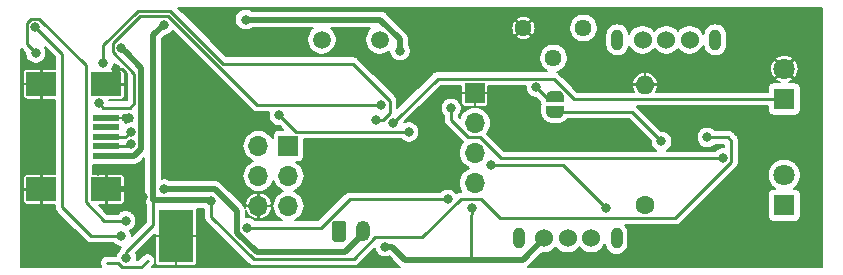
<source format=gbr>
G04 #@! TF.GenerationSoftware,KiCad,Pcbnew,(5.1.4)-1*
G04 #@! TF.CreationDate,2020-09-16T20:01:52+02:00*
G04 #@! TF.ProjectId,RPM,52504d2e-6b69-4636-9164-5f7063625858,rev?*
G04 #@! TF.SameCoordinates,Original*
G04 #@! TF.FileFunction,Copper,L2,Bot*
G04 #@! TF.FilePolarity,Positive*
%FSLAX46Y46*%
G04 Gerber Fmt 4.6, Leading zero omitted, Abs format (unit mm)*
G04 Created by KiCad (PCBNEW (5.1.4)-1) date 2020-09-16 20:01:52*
%MOMM*%
%LPD*%
G04 APERTURE LIST*
%ADD10R,1.800000X1.800000*%
%ADD11C,1.800000*%
%ADD12R,2.300000X0.500000*%
%ADD13R,2.500000X2.000000*%
%ADD14C,0.100000*%
%ADD15C,1.200000*%
%ADD16O,1.200000X1.750000*%
%ADD17R,1.700000X1.700000*%
%ADD18O,1.700000X1.700000*%
%ADD19C,0.500000*%
%ADD20C,1.440000*%
%ADD21C,1.524000*%
%ADD22O,1.000000X1.800000*%
%ADD23R,2.950000X4.500000*%
%ADD24C,0.600000*%
%ADD25C,1.500000*%
%ADD26C,1.600000*%
%ADD27O,1.600000X1.600000*%
%ADD28C,0.800000*%
%ADD29C,0.250000*%
%ADD30C,0.500000*%
%ADD31C,0.200000*%
G04 APERTURE END LIST*
D10*
X245000000Y-110000000D03*
D11*
X245000000Y-107460000D03*
D12*
X187600000Y-105800000D03*
X187600000Y-105000000D03*
X187600000Y-104200000D03*
X187600000Y-103400000D03*
X187600000Y-102600000D03*
D13*
X187600000Y-108650000D03*
X187600000Y-99750000D03*
X182100000Y-108650000D03*
X182100000Y-99750000D03*
D14*
G36*
X207674505Y-111326204D02*
G01*
X207698773Y-111329804D01*
X207722572Y-111335765D01*
X207745671Y-111344030D01*
X207767850Y-111354520D01*
X207788893Y-111367132D01*
X207808599Y-111381747D01*
X207826777Y-111398223D01*
X207843253Y-111416401D01*
X207857868Y-111436107D01*
X207870480Y-111457150D01*
X207880970Y-111479329D01*
X207889235Y-111502428D01*
X207895196Y-111526227D01*
X207898796Y-111550495D01*
X207900000Y-111574999D01*
X207900000Y-112825001D01*
X207898796Y-112849505D01*
X207895196Y-112873773D01*
X207889235Y-112897572D01*
X207880970Y-112920671D01*
X207870480Y-112942850D01*
X207857868Y-112963893D01*
X207843253Y-112983599D01*
X207826777Y-113001777D01*
X207808599Y-113018253D01*
X207788893Y-113032868D01*
X207767850Y-113045480D01*
X207745671Y-113055970D01*
X207722572Y-113064235D01*
X207698773Y-113070196D01*
X207674505Y-113073796D01*
X207650001Y-113075000D01*
X206949999Y-113075000D01*
X206925495Y-113073796D01*
X206901227Y-113070196D01*
X206877428Y-113064235D01*
X206854329Y-113055970D01*
X206832150Y-113045480D01*
X206811107Y-113032868D01*
X206791401Y-113018253D01*
X206773223Y-113001777D01*
X206756747Y-112983599D01*
X206742132Y-112963893D01*
X206729520Y-112942850D01*
X206719030Y-112920671D01*
X206710765Y-112897572D01*
X206704804Y-112873773D01*
X206701204Y-112849505D01*
X206700000Y-112825001D01*
X206700000Y-111574999D01*
X206701204Y-111550495D01*
X206704804Y-111526227D01*
X206710765Y-111502428D01*
X206719030Y-111479329D01*
X206729520Y-111457150D01*
X206742132Y-111436107D01*
X206756747Y-111416401D01*
X206773223Y-111398223D01*
X206791401Y-111381747D01*
X206811107Y-111367132D01*
X206832150Y-111354520D01*
X206854329Y-111344030D01*
X206877428Y-111335765D01*
X206901227Y-111329804D01*
X206925495Y-111326204D01*
X206949999Y-111325000D01*
X207650001Y-111325000D01*
X207674505Y-111326204D01*
X207674505Y-111326204D01*
G37*
D15*
X207300000Y-112200000D03*
D16*
X209300000Y-112200000D03*
D17*
X203025000Y-104975000D03*
D18*
X200485000Y-104975000D03*
X203025000Y-107515000D03*
X200485000Y-107515000D03*
X203025000Y-110055000D03*
X200485000Y-110055000D03*
D17*
X218800000Y-100500000D03*
D18*
X218800000Y-103040000D03*
X218800000Y-105580000D03*
X218800000Y-108120000D03*
D19*
X225600000Y-100800000D03*
D14*
G36*
X224850602Y-100800000D02*
G01*
X224850602Y-100775466D01*
X224855412Y-100726635D01*
X224864984Y-100678510D01*
X224879228Y-100631555D01*
X224898005Y-100586222D01*
X224921136Y-100542949D01*
X224948396Y-100502150D01*
X224979524Y-100464221D01*
X225014221Y-100429524D01*
X225052150Y-100398396D01*
X225092949Y-100371136D01*
X225136222Y-100348005D01*
X225181555Y-100329228D01*
X225228510Y-100314984D01*
X225276635Y-100305412D01*
X225325466Y-100300602D01*
X225350000Y-100300602D01*
X225350000Y-100300000D01*
X225850000Y-100300000D01*
X225850000Y-100300602D01*
X225874534Y-100300602D01*
X225923365Y-100305412D01*
X225971490Y-100314984D01*
X226018445Y-100329228D01*
X226063778Y-100348005D01*
X226107051Y-100371136D01*
X226147850Y-100398396D01*
X226185779Y-100429524D01*
X226220476Y-100464221D01*
X226251604Y-100502150D01*
X226278864Y-100542949D01*
X226301995Y-100586222D01*
X226320772Y-100631555D01*
X226335016Y-100678510D01*
X226344588Y-100726635D01*
X226349398Y-100775466D01*
X226349398Y-100800000D01*
X226350000Y-100800000D01*
X226350000Y-101300000D01*
X224850000Y-101300000D01*
X224850000Y-100800000D01*
X224850602Y-100800000D01*
X224850602Y-100800000D01*
G37*
D19*
X225600000Y-102100000D03*
D14*
G36*
X226350000Y-101600000D02*
G01*
X226350000Y-102100000D01*
X226349398Y-102100000D01*
X226349398Y-102124534D01*
X226344588Y-102173365D01*
X226335016Y-102221490D01*
X226320772Y-102268445D01*
X226301995Y-102313778D01*
X226278864Y-102357051D01*
X226251604Y-102397850D01*
X226220476Y-102435779D01*
X226185779Y-102470476D01*
X226147850Y-102501604D01*
X226107051Y-102528864D01*
X226063778Y-102551995D01*
X226018445Y-102570772D01*
X225971490Y-102585016D01*
X225923365Y-102594588D01*
X225874534Y-102599398D01*
X225850000Y-102599398D01*
X225850000Y-102600000D01*
X225350000Y-102600000D01*
X225350000Y-102599398D01*
X225325466Y-102599398D01*
X225276635Y-102594588D01*
X225228510Y-102585016D01*
X225181555Y-102570772D01*
X225136222Y-102551995D01*
X225092949Y-102528864D01*
X225052150Y-102501604D01*
X225014221Y-102470476D01*
X224979524Y-102435779D01*
X224948396Y-102397850D01*
X224921136Y-102357051D01*
X224898005Y-102313778D01*
X224879228Y-102268445D01*
X224864984Y-102221490D01*
X224855412Y-102173365D01*
X224850602Y-102124534D01*
X224850602Y-102100000D01*
X224850000Y-102100000D01*
X224850000Y-101600000D01*
X226350000Y-101600000D01*
X226350000Y-101600000D01*
G37*
D10*
X245000000Y-101000000D03*
D11*
X245000000Y-98460000D03*
D20*
X222920000Y-95000000D03*
X225460000Y-97540000D03*
X228000000Y-95000000D03*
D21*
X224650000Y-112800000D03*
X226650000Y-112800000D03*
X228650000Y-112800000D03*
D22*
X222500000Y-112800000D03*
X230800000Y-112800000D03*
X230850000Y-96000000D03*
X239150000Y-96000000D03*
D21*
X233000000Y-96000000D03*
X235000000Y-96000000D03*
X237000000Y-96000000D03*
D23*
X193500000Y-112605000D03*
D24*
X194100000Y-114405000D03*
X194100000Y-113205000D03*
X192900000Y-113205000D03*
X192900000Y-114405000D03*
X194100000Y-110805000D03*
X194100000Y-111905000D03*
X192900000Y-111905000D03*
X192900000Y-110805000D03*
D25*
X210750000Y-96000000D03*
X205850000Y-96000000D03*
D26*
X233200000Y-109960000D03*
D27*
X233200000Y-99800000D03*
D28*
X210200000Y-106000000D03*
X232300000Y-104700000D03*
X182300000Y-103200000D03*
X182300000Y-104900000D03*
X186900000Y-107100000D03*
X188400000Y-98500000D03*
X189500000Y-102600000D03*
X195900000Y-94400000D03*
X195900000Y-94400000D03*
X194700000Y-98900000D03*
X198400000Y-114900000D03*
X205600000Y-110400000D03*
X242000000Y-107100000D03*
X190700000Y-109300000D03*
X192500000Y-94700000D03*
X196500000Y-109600000D03*
X189300000Y-114500000D03*
X211200000Y-113500000D03*
X218600000Y-110200000D03*
X210475000Y-102775000D03*
X187350000Y-97950000D03*
X186950000Y-101350002D03*
X210875000Y-101500000D03*
X229900000Y-110200000D03*
X220150000Y-106550000D03*
X212475000Y-96925000D03*
X199400000Y-94275000D03*
X238475000Y-104250000D03*
X192475000Y-108625000D03*
X188850000Y-96650000D03*
X189675000Y-104825000D03*
X189704881Y-103775191D03*
X202250000Y-102400000D03*
X213200000Y-103800000D03*
X224000000Y-100000000D03*
X234600000Y-104600000D03*
X199500000Y-111900000D03*
X216500000Y-109500000D03*
X211900000Y-103015697D03*
X239800000Y-106000000D03*
X216800000Y-101800000D03*
X181575000Y-94925000D03*
X188850000Y-112600000D03*
X181625000Y-97100000D03*
X189225000Y-111325000D03*
D29*
X188951999Y-115225001D02*
X190574999Y-115225001D01*
X187700000Y-114900000D02*
X188626998Y-114900000D01*
X188626998Y-114900000D02*
X188951999Y-115225001D01*
X190574999Y-115225001D02*
X191100000Y-114700000D01*
X188965685Y-98500000D02*
X189300000Y-98834315D01*
X188400000Y-98500000D02*
X188965685Y-98500000D01*
X189100000Y-99750000D02*
X187600000Y-99750000D01*
X189300000Y-99550000D02*
X189100000Y-99750000D01*
X189300000Y-98834315D02*
X189300000Y-99550000D01*
D30*
X190300001Y-108900001D02*
X190200001Y-108900001D01*
X190700000Y-109300000D02*
X190300001Y-108900001D01*
X189950000Y-108650000D02*
X187600000Y-108650000D01*
X190200001Y-108900001D02*
X189950000Y-108650000D01*
X191574999Y-95625001D02*
X192500000Y-94700000D01*
X196474999Y-109574999D02*
X196500000Y-109600000D01*
X191574999Y-109574999D02*
X196474999Y-109574999D01*
X191574999Y-109574999D02*
X191574999Y-95625001D01*
D29*
X191574999Y-111659316D02*
X191574999Y-109574999D01*
X189300000Y-113934315D02*
X191574999Y-111659316D01*
X189300000Y-114500000D02*
X189300000Y-113934315D01*
D30*
X211765685Y-113500000D02*
X212865685Y-114600000D01*
X211200000Y-113500000D02*
X211765685Y-113500000D01*
X222850000Y-114600000D02*
X224650000Y-112800000D01*
D29*
X218500000Y-110865685D02*
X218500000Y-114600000D01*
X218600000Y-110765685D02*
X218500000Y-110865685D01*
X218600000Y-110200000D02*
X218600000Y-110765685D01*
D30*
X212865685Y-114600000D02*
X218500000Y-114600000D01*
X218500000Y-114600000D02*
X222850000Y-114600000D01*
D29*
X187350000Y-96440588D02*
X187350000Y-97950000D01*
X190265598Y-93524990D02*
X187350000Y-96440588D01*
X193034401Y-93524989D02*
X190265598Y-93524990D01*
X211040685Y-102775000D02*
X211600001Y-102215684D01*
X210475000Y-102775000D02*
X211040685Y-102775000D01*
X211600001Y-102215684D02*
X211600001Y-101151999D01*
X211600001Y-101151999D02*
X208448002Y-98000000D01*
X208448002Y-98000000D02*
X197509412Y-98000000D01*
X197509412Y-98000000D02*
X193034401Y-93524989D01*
X192848001Y-93974999D02*
X200373002Y-101500000D01*
X190451999Y-93974999D02*
X192848001Y-93974999D01*
X188124999Y-96301999D02*
X190451999Y-93974999D01*
X188124999Y-96998001D02*
X188124999Y-96301999D01*
X186950000Y-101350002D02*
X187349999Y-101750001D01*
X210309315Y-101500000D02*
X210875000Y-101500000D01*
X187349999Y-101750001D02*
X189579873Y-101750001D01*
X200373002Y-101500000D02*
X210309315Y-101500000D01*
X189579873Y-101750001D02*
X189979872Y-101350002D01*
X189979872Y-98852874D02*
X188124999Y-96998001D01*
X189979872Y-101350002D02*
X189979872Y-98852874D01*
X229900000Y-110200000D02*
X226250000Y-106550000D01*
X226250000Y-106550000D02*
X220150000Y-106550000D01*
D30*
X210801002Y-94275000D02*
X199400000Y-94275000D01*
X212475000Y-96925000D02*
X212475000Y-95948998D01*
X212475000Y-95948998D02*
X210801002Y-94275000D01*
D29*
X196500000Y-110165685D02*
X196500000Y-109600000D01*
X200078822Y-114550010D02*
X196500000Y-110971188D01*
X208533151Y-114550010D02*
X200078822Y-114550010D01*
X210358161Y-112725000D02*
X208533151Y-114550010D01*
X214348002Y-112725000D02*
X210358161Y-112725000D01*
X217598002Y-109475000D02*
X214348002Y-112725000D01*
X219350000Y-109475000D02*
X217598002Y-109475000D01*
X220960001Y-111085001D02*
X219350000Y-109475000D01*
X196500000Y-110971188D02*
X196500000Y-110165685D01*
X235788001Y-111085001D02*
X220960001Y-111085001D01*
X240525001Y-106348001D02*
X235788001Y-111085001D01*
X240525001Y-104525001D02*
X240525001Y-106348001D01*
X240250000Y-104250000D02*
X240525001Y-104525001D01*
X238475000Y-104250000D02*
X240250000Y-104250000D01*
D30*
X200316998Y-113975000D02*
X207800000Y-113975000D01*
X192475000Y-108625000D02*
X196783002Y-108625000D01*
X198649999Y-110491997D02*
X198649999Y-112308001D01*
X198649999Y-112308001D02*
X200316998Y-113975000D01*
X196783002Y-108625000D02*
X198649999Y-110491997D01*
X207800000Y-113975000D02*
X209300000Y-112475000D01*
X209300000Y-112475000D02*
X209300000Y-112200000D01*
X189958002Y-105800000D02*
X190554882Y-105203120D01*
X187600000Y-105800000D02*
X189958002Y-105800000D01*
X189249999Y-97049999D02*
X188850000Y-96650000D01*
X190554882Y-98354882D02*
X189249999Y-97049999D01*
X190554882Y-105203120D02*
X190554882Y-98354882D01*
D29*
X189500000Y-105000000D02*
X189675000Y-104825000D01*
X187600000Y-105000000D02*
X189500000Y-105000000D01*
X189280072Y-104200000D02*
X189304882Y-104175190D01*
X189304882Y-104175190D02*
X189704881Y-103775191D01*
X187600000Y-104200000D02*
X189280072Y-104200000D01*
X202250000Y-102400000D02*
X203650000Y-103800000D01*
X203650000Y-103800000D02*
X212634315Y-103800000D01*
X212634315Y-103800000D02*
X213200000Y-103800000D01*
X225600000Y-100800000D02*
X224800000Y-100800000D01*
X224800000Y-100800000D02*
X224000000Y-100000000D01*
X225600000Y-102100000D02*
X232100000Y-102100000D01*
X232100000Y-102100000D02*
X234600000Y-104600000D01*
X208211810Y-109500000D02*
X216500000Y-109500000D01*
X199500000Y-111900000D02*
X205811810Y-111900000D01*
X205811810Y-111900000D02*
X208211810Y-109500000D01*
X227213338Y-101000000D02*
X225488337Y-99274999D01*
X225488337Y-99274999D02*
X215640698Y-99274999D01*
X212299999Y-102615698D02*
X211900000Y-103015697D01*
X215640698Y-99274999D02*
X212299999Y-102615698D01*
X245000000Y-101000000D02*
X227213338Y-101000000D01*
X216800000Y-102779002D02*
X216800000Y-101800000D01*
X218235999Y-104215001D02*
X216800000Y-102779002D01*
X219215001Y-104215001D02*
X218235999Y-104215001D01*
X239800000Y-106000000D02*
X221000000Y-106000000D01*
X221000000Y-106000000D02*
X219215001Y-104215001D01*
X186325000Y-112600000D02*
X188850000Y-112600000D01*
X183875000Y-110150000D02*
X186325000Y-112600000D01*
X181575000Y-94925000D02*
X183875000Y-97225000D01*
X183875000Y-97225000D02*
X183875000Y-110150000D01*
X181923001Y-94199999D02*
X185850000Y-98126998D01*
X181226999Y-94199999D02*
X181923001Y-94199999D01*
X180849999Y-94576999D02*
X181226999Y-94199999D01*
X181625000Y-97100000D02*
X180849999Y-96324999D01*
X180849999Y-96324999D02*
X180849999Y-94576999D01*
X187439998Y-111325000D02*
X189225000Y-111325000D01*
X185850000Y-98126998D02*
X185850000Y-109735002D01*
X185850000Y-109735002D02*
X187439998Y-111325000D01*
D31*
G36*
X183250000Y-97483883D02*
G01*
X183250000Y-98448674D01*
X182200000Y-98450000D01*
X182125000Y-98525000D01*
X182125000Y-99725000D01*
X182145000Y-99725000D01*
X182145000Y-99775000D01*
X182125000Y-99775000D01*
X182125000Y-100975000D01*
X182200000Y-101050000D01*
X183250000Y-101051326D01*
X183250001Y-107348674D01*
X182200000Y-107350000D01*
X182125000Y-107425000D01*
X182125000Y-108625000D01*
X182145000Y-108625000D01*
X182145000Y-108675000D01*
X182125000Y-108675000D01*
X182125000Y-109875000D01*
X182200000Y-109950000D01*
X183250001Y-109951326D01*
X183250001Y-110119296D01*
X183246977Y-110150000D01*
X183250001Y-110180704D01*
X183259044Y-110272521D01*
X183294782Y-110390334D01*
X183352818Y-110498911D01*
X183430921Y-110594080D01*
X183454772Y-110613654D01*
X185861346Y-113020229D01*
X185880920Y-113044080D01*
X185926281Y-113081307D01*
X185976087Y-113122182D01*
X186067907Y-113171261D01*
X186084666Y-113180219D01*
X186202479Y-113215957D01*
X186294296Y-113225000D01*
X186294305Y-113225000D01*
X186324999Y-113228023D01*
X186355693Y-113225000D01*
X188202207Y-113225000D01*
X188276283Y-113299076D01*
X188423690Y-113397570D01*
X188587480Y-113465414D01*
X188761358Y-113500000D01*
X188847907Y-113500000D01*
X188777818Y-113585404D01*
X188719781Y-113693981D01*
X188684043Y-113811794D01*
X188680616Y-113846591D01*
X188600924Y-113926283D01*
X188502430Y-114073690D01*
X188434586Y-114237480D01*
X188427123Y-114275000D01*
X187669296Y-114275000D01*
X187577479Y-114284043D01*
X187459666Y-114319781D01*
X187351089Y-114377817D01*
X187255920Y-114455920D01*
X187177817Y-114551089D01*
X187119781Y-114659666D01*
X187084043Y-114777479D01*
X187071976Y-114900000D01*
X187084043Y-115022521D01*
X187119781Y-115140334D01*
X187165036Y-115225000D01*
X180400000Y-115225000D01*
X180400000Y-109650000D01*
X180548548Y-109650000D01*
X180554340Y-109708810D01*
X180571495Y-109765361D01*
X180599352Y-109817478D01*
X180636841Y-109863159D01*
X180682522Y-109900648D01*
X180734639Y-109928505D01*
X180791190Y-109945660D01*
X180850000Y-109951452D01*
X182000000Y-109950000D01*
X182075000Y-109875000D01*
X182075000Y-108675000D01*
X180625000Y-108675000D01*
X180550000Y-108750000D01*
X180548548Y-109650000D01*
X180400000Y-109650000D01*
X180400000Y-107650000D01*
X180548548Y-107650000D01*
X180550000Y-108550000D01*
X180625000Y-108625000D01*
X182075000Y-108625000D01*
X182075000Y-107425000D01*
X182000000Y-107350000D01*
X180850000Y-107348548D01*
X180791190Y-107354340D01*
X180734639Y-107371495D01*
X180682522Y-107399352D01*
X180636841Y-107436841D01*
X180599352Y-107482522D01*
X180571495Y-107534639D01*
X180554340Y-107591190D01*
X180548548Y-107650000D01*
X180400000Y-107650000D01*
X180400000Y-100750000D01*
X180548548Y-100750000D01*
X180554340Y-100808810D01*
X180571495Y-100865361D01*
X180599352Y-100917478D01*
X180636841Y-100963159D01*
X180682522Y-101000648D01*
X180734639Y-101028505D01*
X180791190Y-101045660D01*
X180850000Y-101051452D01*
X182000000Y-101050000D01*
X182075000Y-100975000D01*
X182075000Y-99775000D01*
X180625000Y-99775000D01*
X180550000Y-99850000D01*
X180548548Y-100750000D01*
X180400000Y-100750000D01*
X180400000Y-98750000D01*
X180548548Y-98750000D01*
X180550000Y-99650000D01*
X180625000Y-99725000D01*
X182075000Y-99725000D01*
X182075000Y-98525000D01*
X182000000Y-98450000D01*
X180850000Y-98448548D01*
X180791190Y-98454340D01*
X180734639Y-98471495D01*
X180682522Y-98499352D01*
X180636841Y-98536841D01*
X180599352Y-98582522D01*
X180571495Y-98634639D01*
X180554340Y-98691190D01*
X180548548Y-98750000D01*
X180400000Y-98750000D01*
X180400000Y-96761867D01*
X180405919Y-96769079D01*
X180429775Y-96788657D01*
X180725000Y-97083882D01*
X180725000Y-97188642D01*
X180759586Y-97362520D01*
X180827430Y-97526310D01*
X180925924Y-97673717D01*
X181051283Y-97799076D01*
X181198690Y-97897570D01*
X181362480Y-97965414D01*
X181536358Y-98000000D01*
X181713642Y-98000000D01*
X181887520Y-97965414D01*
X182051310Y-97897570D01*
X182198717Y-97799076D01*
X182324076Y-97673717D01*
X182422570Y-97526310D01*
X182490414Y-97362520D01*
X182525000Y-97188642D01*
X182525000Y-97011358D01*
X182490414Y-96837480D01*
X182422570Y-96673690D01*
X182387860Y-96621742D01*
X183250000Y-97483883D01*
X183250000Y-97483883D01*
G37*
X183250000Y-97483883D02*
X183250000Y-98448674D01*
X182200000Y-98450000D01*
X182125000Y-98525000D01*
X182125000Y-99725000D01*
X182145000Y-99725000D01*
X182145000Y-99775000D01*
X182125000Y-99775000D01*
X182125000Y-100975000D01*
X182200000Y-101050000D01*
X183250000Y-101051326D01*
X183250001Y-107348674D01*
X182200000Y-107350000D01*
X182125000Y-107425000D01*
X182125000Y-108625000D01*
X182145000Y-108625000D01*
X182145000Y-108675000D01*
X182125000Y-108675000D01*
X182125000Y-109875000D01*
X182200000Y-109950000D01*
X183250001Y-109951326D01*
X183250001Y-110119296D01*
X183246977Y-110150000D01*
X183250001Y-110180704D01*
X183259044Y-110272521D01*
X183294782Y-110390334D01*
X183352818Y-110498911D01*
X183430921Y-110594080D01*
X183454772Y-110613654D01*
X185861346Y-113020229D01*
X185880920Y-113044080D01*
X185926281Y-113081307D01*
X185976087Y-113122182D01*
X186067907Y-113171261D01*
X186084666Y-113180219D01*
X186202479Y-113215957D01*
X186294296Y-113225000D01*
X186294305Y-113225000D01*
X186324999Y-113228023D01*
X186355693Y-113225000D01*
X188202207Y-113225000D01*
X188276283Y-113299076D01*
X188423690Y-113397570D01*
X188587480Y-113465414D01*
X188761358Y-113500000D01*
X188847907Y-113500000D01*
X188777818Y-113585404D01*
X188719781Y-113693981D01*
X188684043Y-113811794D01*
X188680616Y-113846591D01*
X188600924Y-113926283D01*
X188502430Y-114073690D01*
X188434586Y-114237480D01*
X188427123Y-114275000D01*
X187669296Y-114275000D01*
X187577479Y-114284043D01*
X187459666Y-114319781D01*
X187351089Y-114377817D01*
X187255920Y-114455920D01*
X187177817Y-114551089D01*
X187119781Y-114659666D01*
X187084043Y-114777479D01*
X187071976Y-114900000D01*
X187084043Y-115022521D01*
X187119781Y-115140334D01*
X187165036Y-115225000D01*
X180400000Y-115225000D01*
X180400000Y-109650000D01*
X180548548Y-109650000D01*
X180554340Y-109708810D01*
X180571495Y-109765361D01*
X180599352Y-109817478D01*
X180636841Y-109863159D01*
X180682522Y-109900648D01*
X180734639Y-109928505D01*
X180791190Y-109945660D01*
X180850000Y-109951452D01*
X182000000Y-109950000D01*
X182075000Y-109875000D01*
X182075000Y-108675000D01*
X180625000Y-108675000D01*
X180550000Y-108750000D01*
X180548548Y-109650000D01*
X180400000Y-109650000D01*
X180400000Y-107650000D01*
X180548548Y-107650000D01*
X180550000Y-108550000D01*
X180625000Y-108625000D01*
X182075000Y-108625000D01*
X182075000Y-107425000D01*
X182000000Y-107350000D01*
X180850000Y-107348548D01*
X180791190Y-107354340D01*
X180734639Y-107371495D01*
X180682522Y-107399352D01*
X180636841Y-107436841D01*
X180599352Y-107482522D01*
X180571495Y-107534639D01*
X180554340Y-107591190D01*
X180548548Y-107650000D01*
X180400000Y-107650000D01*
X180400000Y-100750000D01*
X180548548Y-100750000D01*
X180554340Y-100808810D01*
X180571495Y-100865361D01*
X180599352Y-100917478D01*
X180636841Y-100963159D01*
X180682522Y-101000648D01*
X180734639Y-101028505D01*
X180791190Y-101045660D01*
X180850000Y-101051452D01*
X182000000Y-101050000D01*
X182075000Y-100975000D01*
X182075000Y-99775000D01*
X180625000Y-99775000D01*
X180550000Y-99850000D01*
X180548548Y-100750000D01*
X180400000Y-100750000D01*
X180400000Y-98750000D01*
X180548548Y-98750000D01*
X180550000Y-99650000D01*
X180625000Y-99725000D01*
X182075000Y-99725000D01*
X182075000Y-98525000D01*
X182000000Y-98450000D01*
X180850000Y-98448548D01*
X180791190Y-98454340D01*
X180734639Y-98471495D01*
X180682522Y-98499352D01*
X180636841Y-98536841D01*
X180599352Y-98582522D01*
X180571495Y-98634639D01*
X180554340Y-98691190D01*
X180548548Y-98750000D01*
X180400000Y-98750000D01*
X180400000Y-96761867D01*
X180405919Y-96769079D01*
X180429775Y-96788657D01*
X180725000Y-97083882D01*
X180725000Y-97188642D01*
X180759586Y-97362520D01*
X180827430Y-97526310D01*
X180925924Y-97673717D01*
X181051283Y-97799076D01*
X181198690Y-97897570D01*
X181362480Y-97965414D01*
X181536358Y-98000000D01*
X181713642Y-98000000D01*
X181887520Y-97965414D01*
X182051310Y-97897570D01*
X182198717Y-97799076D01*
X182324076Y-97673717D01*
X182422570Y-97526310D01*
X182490414Y-97362520D01*
X182525000Y-97188642D01*
X182525000Y-97011358D01*
X182490414Y-96837480D01*
X182422570Y-96673690D01*
X182387860Y-96621742D01*
X183250000Y-97483883D01*
G36*
X195875000Y-110940494D02*
G01*
X195871977Y-110971188D01*
X195875000Y-111001882D01*
X195875000Y-111001891D01*
X195884043Y-111093708D01*
X195919781Y-111211521D01*
X195977817Y-111320098D01*
X196055920Y-111415268D01*
X196079776Y-111434846D01*
X199615173Y-114970245D01*
X199634742Y-114994090D01*
X199658587Y-115013659D01*
X199658591Y-115013663D01*
X199729910Y-115072193D01*
X199744926Y-115080219D01*
X199838488Y-115130229D01*
X199956301Y-115165967D01*
X200048118Y-115175010D01*
X200048120Y-115175010D01*
X200078822Y-115178034D01*
X200109524Y-115175010D01*
X208502457Y-115175010D01*
X208533151Y-115178033D01*
X208563845Y-115175010D01*
X208563855Y-115175010D01*
X208655672Y-115165967D01*
X208773485Y-115130229D01*
X208882062Y-115072193D01*
X208977231Y-114994090D01*
X208996809Y-114970234D01*
X210313008Y-113654036D01*
X210334586Y-113762520D01*
X210402430Y-113926310D01*
X210500924Y-114073717D01*
X210626283Y-114199076D01*
X210773690Y-114297570D01*
X210937480Y-114365414D01*
X211111358Y-114400000D01*
X211288642Y-114400000D01*
X211462520Y-114365414D01*
X211538831Y-114333805D01*
X212309311Y-115104286D01*
X212332790Y-115132895D01*
X212445019Y-115225000D01*
X191458884Y-115225000D01*
X191563653Y-115120231D01*
X191622183Y-115048912D01*
X191680218Y-114940335D01*
X191715956Y-114822522D01*
X191723622Y-114744687D01*
X191723548Y-114855000D01*
X191729340Y-114913810D01*
X191746495Y-114970361D01*
X191774352Y-115022478D01*
X191811841Y-115068159D01*
X191857522Y-115105648D01*
X191909639Y-115133505D01*
X191966190Y-115150660D01*
X192025000Y-115156452D01*
X193400000Y-115155000D01*
X193475000Y-115080000D01*
X193475000Y-114576399D01*
X193491577Y-114521315D01*
X193499935Y-114434495D01*
X193508942Y-114523925D01*
X193525000Y-114576443D01*
X193525000Y-115080000D01*
X193600000Y-115155000D01*
X194975000Y-115156452D01*
X195033810Y-115150660D01*
X195090361Y-115133505D01*
X195142478Y-115105648D01*
X195188159Y-115068159D01*
X195225648Y-115022478D01*
X195253505Y-114970361D01*
X195270660Y-114913810D01*
X195276452Y-114855000D01*
X195275000Y-112705000D01*
X195200000Y-112630000D01*
X194271399Y-112630000D01*
X194216315Y-112613423D01*
X194098669Y-112602098D01*
X193981075Y-112613942D01*
X193928557Y-112630000D01*
X193525000Y-112630000D01*
X193525000Y-113033601D01*
X193508423Y-113088685D01*
X193500065Y-113175505D01*
X193491058Y-113086075D01*
X193475000Y-113033557D01*
X193475000Y-112630000D01*
X193071399Y-112630000D01*
X193016315Y-112613423D01*
X192898669Y-112602098D01*
X192781075Y-112613942D01*
X192728557Y-112630000D01*
X191800000Y-112630000D01*
X191725000Y-112705000D01*
X191723682Y-114655922D01*
X191715956Y-114577478D01*
X191680218Y-114459665D01*
X191622183Y-114351088D01*
X191544080Y-114255920D01*
X191448912Y-114177817D01*
X191340335Y-114119782D01*
X191222522Y-114084044D01*
X191100000Y-114071976D01*
X190977478Y-114084044D01*
X190859665Y-114119782D01*
X190751088Y-114177817D01*
X190679769Y-114236347D01*
X190316116Y-114600001D01*
X190197741Y-114600001D01*
X190200000Y-114588642D01*
X190200000Y-114411358D01*
X190165414Y-114237480D01*
X190097570Y-114073690D01*
X190076316Y-114041881D01*
X191724925Y-112393274D01*
X191725000Y-112505000D01*
X191800000Y-112580000D01*
X193475000Y-112580000D01*
X193475000Y-112560000D01*
X193525000Y-112560000D01*
X193525000Y-112580000D01*
X195200000Y-112580000D01*
X195275000Y-112505000D01*
X195276452Y-110355000D01*
X195273497Y-110324999D01*
X195875000Y-110324999D01*
X195875000Y-110940494D01*
X195875000Y-110940494D01*
G37*
X195875000Y-110940494D02*
X195871977Y-110971188D01*
X195875000Y-111001882D01*
X195875000Y-111001891D01*
X195884043Y-111093708D01*
X195919781Y-111211521D01*
X195977817Y-111320098D01*
X196055920Y-111415268D01*
X196079776Y-111434846D01*
X199615173Y-114970245D01*
X199634742Y-114994090D01*
X199658587Y-115013659D01*
X199658591Y-115013663D01*
X199729910Y-115072193D01*
X199744926Y-115080219D01*
X199838488Y-115130229D01*
X199956301Y-115165967D01*
X200048118Y-115175010D01*
X200048120Y-115175010D01*
X200078822Y-115178034D01*
X200109524Y-115175010D01*
X208502457Y-115175010D01*
X208533151Y-115178033D01*
X208563845Y-115175010D01*
X208563855Y-115175010D01*
X208655672Y-115165967D01*
X208773485Y-115130229D01*
X208882062Y-115072193D01*
X208977231Y-114994090D01*
X208996809Y-114970234D01*
X210313008Y-113654036D01*
X210334586Y-113762520D01*
X210402430Y-113926310D01*
X210500924Y-114073717D01*
X210626283Y-114199076D01*
X210773690Y-114297570D01*
X210937480Y-114365414D01*
X211111358Y-114400000D01*
X211288642Y-114400000D01*
X211462520Y-114365414D01*
X211538831Y-114333805D01*
X212309311Y-115104286D01*
X212332790Y-115132895D01*
X212445019Y-115225000D01*
X191458884Y-115225000D01*
X191563653Y-115120231D01*
X191622183Y-115048912D01*
X191680218Y-114940335D01*
X191715956Y-114822522D01*
X191723622Y-114744687D01*
X191723548Y-114855000D01*
X191729340Y-114913810D01*
X191746495Y-114970361D01*
X191774352Y-115022478D01*
X191811841Y-115068159D01*
X191857522Y-115105648D01*
X191909639Y-115133505D01*
X191966190Y-115150660D01*
X192025000Y-115156452D01*
X193400000Y-115155000D01*
X193475000Y-115080000D01*
X193475000Y-114576399D01*
X193491577Y-114521315D01*
X193499935Y-114434495D01*
X193508942Y-114523925D01*
X193525000Y-114576443D01*
X193525000Y-115080000D01*
X193600000Y-115155000D01*
X194975000Y-115156452D01*
X195033810Y-115150660D01*
X195090361Y-115133505D01*
X195142478Y-115105648D01*
X195188159Y-115068159D01*
X195225648Y-115022478D01*
X195253505Y-114970361D01*
X195270660Y-114913810D01*
X195276452Y-114855000D01*
X195275000Y-112705000D01*
X195200000Y-112630000D01*
X194271399Y-112630000D01*
X194216315Y-112613423D01*
X194098669Y-112602098D01*
X193981075Y-112613942D01*
X193928557Y-112630000D01*
X193525000Y-112630000D01*
X193525000Y-113033601D01*
X193508423Y-113088685D01*
X193500065Y-113175505D01*
X193491058Y-113086075D01*
X193475000Y-113033557D01*
X193475000Y-112630000D01*
X193071399Y-112630000D01*
X193016315Y-112613423D01*
X192898669Y-112602098D01*
X192781075Y-112613942D01*
X192728557Y-112630000D01*
X191800000Y-112630000D01*
X191725000Y-112705000D01*
X191723682Y-114655922D01*
X191715956Y-114577478D01*
X191680218Y-114459665D01*
X191622183Y-114351088D01*
X191544080Y-114255920D01*
X191448912Y-114177817D01*
X191340335Y-114119782D01*
X191222522Y-114084044D01*
X191100000Y-114071976D01*
X190977478Y-114084044D01*
X190859665Y-114119782D01*
X190751088Y-114177817D01*
X190679769Y-114236347D01*
X190316116Y-114600001D01*
X190197741Y-114600001D01*
X190200000Y-114588642D01*
X190200000Y-114411358D01*
X190165414Y-114237480D01*
X190097570Y-114073690D01*
X190076316Y-114041881D01*
X191724925Y-112393274D01*
X191725000Y-112505000D01*
X191800000Y-112580000D01*
X193475000Y-112580000D01*
X193475000Y-112560000D01*
X193525000Y-112560000D01*
X193525000Y-112580000D01*
X195200000Y-112580000D01*
X195275000Y-112505000D01*
X195276452Y-110355000D01*
X195273497Y-110324999D01*
X195875000Y-110324999D01*
X195875000Y-110940494D01*
G36*
X248225001Y-115225000D02*
G01*
X223270666Y-115225000D01*
X223382895Y-115132895D01*
X223406378Y-115104281D01*
X224461443Y-114049218D01*
X224525704Y-114062000D01*
X224774296Y-114062000D01*
X225018112Y-114013502D01*
X225247781Y-113918370D01*
X225454478Y-113780259D01*
X225630259Y-113604478D01*
X225650000Y-113574934D01*
X225669741Y-113604478D01*
X225845522Y-113780259D01*
X226052219Y-113918370D01*
X226281888Y-114013502D01*
X226525704Y-114062000D01*
X226774296Y-114062000D01*
X227018112Y-114013502D01*
X227247781Y-113918370D01*
X227454478Y-113780259D01*
X227630259Y-113604478D01*
X227650000Y-113574934D01*
X227669741Y-113604478D01*
X227845522Y-113780259D01*
X228052219Y-113918370D01*
X228281888Y-114013502D01*
X228525704Y-114062000D01*
X228774296Y-114062000D01*
X229018112Y-114013502D01*
X229247781Y-113918370D01*
X229454478Y-113780259D01*
X229630259Y-113604478D01*
X229768370Y-113397781D01*
X229805753Y-113307530D01*
X229814471Y-113396034D01*
X229871652Y-113584535D01*
X229964509Y-113758258D01*
X230089473Y-113910528D01*
X230241743Y-114035492D01*
X230415466Y-114128349D01*
X230603967Y-114185530D01*
X230800000Y-114204838D01*
X230996034Y-114185530D01*
X231184535Y-114128349D01*
X231358258Y-114035492D01*
X231510528Y-113910528D01*
X231635492Y-113758258D01*
X231728349Y-113584535D01*
X231785530Y-113396033D01*
X231800000Y-113249119D01*
X231800000Y-112350880D01*
X231785530Y-112203966D01*
X231728349Y-112015465D01*
X231635492Y-111841742D01*
X231527376Y-111710001D01*
X235757307Y-111710001D01*
X235788001Y-111713024D01*
X235818695Y-111710001D01*
X235818705Y-111710001D01*
X235910522Y-111700958D01*
X236028335Y-111665220D01*
X236136912Y-111607184D01*
X236232081Y-111529081D01*
X236251659Y-111505225D01*
X238656884Y-109100000D01*
X243597581Y-109100000D01*
X243597581Y-110900000D01*
X243607235Y-110998017D01*
X243635825Y-111092267D01*
X243682254Y-111179129D01*
X243744736Y-111255264D01*
X243820871Y-111317746D01*
X243907733Y-111364175D01*
X244001983Y-111392765D01*
X244100000Y-111402419D01*
X245900000Y-111402419D01*
X245998017Y-111392765D01*
X246092267Y-111364175D01*
X246179129Y-111317746D01*
X246255264Y-111255264D01*
X246317746Y-111179129D01*
X246364175Y-111092267D01*
X246392765Y-110998017D01*
X246402419Y-110900000D01*
X246402419Y-109100000D01*
X246392765Y-109001983D01*
X246364175Y-108907733D01*
X246317746Y-108820871D01*
X246255264Y-108744736D01*
X246179129Y-108682254D01*
X246092267Y-108635825D01*
X245998017Y-108607235D01*
X245900000Y-108597581D01*
X245817423Y-108597581D01*
X245892448Y-108547451D01*
X246087451Y-108352448D01*
X246240664Y-108123149D01*
X246346199Y-107868365D01*
X246400000Y-107597888D01*
X246400000Y-107322112D01*
X246346199Y-107051635D01*
X246240664Y-106796851D01*
X246087451Y-106567552D01*
X245892448Y-106372549D01*
X245663149Y-106219336D01*
X245408365Y-106113801D01*
X245137888Y-106060000D01*
X244862112Y-106060000D01*
X244591635Y-106113801D01*
X244336851Y-106219336D01*
X244107552Y-106372549D01*
X243912549Y-106567552D01*
X243759336Y-106796851D01*
X243653801Y-107051635D01*
X243600000Y-107322112D01*
X243600000Y-107597888D01*
X243653801Y-107868365D01*
X243759336Y-108123149D01*
X243912549Y-108352448D01*
X244107552Y-108547451D01*
X244182577Y-108597581D01*
X244100000Y-108597581D01*
X244001983Y-108607235D01*
X243907733Y-108635825D01*
X243820871Y-108682254D01*
X243744736Y-108744736D01*
X243682254Y-108820871D01*
X243635825Y-108907733D01*
X243607235Y-109001983D01*
X243597581Y-109100000D01*
X238656884Y-109100000D01*
X240945230Y-106811655D01*
X240969081Y-106792081D01*
X241005199Y-106748071D01*
X241047184Y-106696913D01*
X241085622Y-106625000D01*
X241105220Y-106588335D01*
X241140958Y-106470522D01*
X241150001Y-106378705D01*
X241150001Y-106378703D01*
X241153025Y-106348001D01*
X241150001Y-106317299D01*
X241150001Y-104555694D01*
X241153024Y-104525000D01*
X241150001Y-104494306D01*
X241150001Y-104494297D01*
X241140958Y-104402480D01*
X241105220Y-104284667D01*
X241047184Y-104176090D01*
X240969081Y-104080921D01*
X240945226Y-104061344D01*
X240713658Y-103829776D01*
X240694080Y-103805920D01*
X240598911Y-103727817D01*
X240490334Y-103669781D01*
X240372521Y-103634043D01*
X240280704Y-103625000D01*
X240280694Y-103625000D01*
X240250000Y-103621977D01*
X240219306Y-103625000D01*
X239122793Y-103625000D01*
X239048717Y-103550924D01*
X238901310Y-103452430D01*
X238737520Y-103384586D01*
X238563642Y-103350000D01*
X238386358Y-103350000D01*
X238212480Y-103384586D01*
X238048690Y-103452430D01*
X237901283Y-103550924D01*
X237775924Y-103676283D01*
X237677430Y-103823690D01*
X237609586Y-103987480D01*
X237575000Y-104161358D01*
X237575000Y-104338642D01*
X237609586Y-104512520D01*
X237677430Y-104676310D01*
X237775924Y-104823717D01*
X237901283Y-104949076D01*
X238048690Y-105047570D01*
X238212480Y-105115414D01*
X238386358Y-105150000D01*
X238563642Y-105150000D01*
X238737520Y-105115414D01*
X238901310Y-105047570D01*
X239048717Y-104949076D01*
X239122793Y-104875000D01*
X239900001Y-104875000D01*
X239900001Y-105102259D01*
X239888642Y-105100000D01*
X239711358Y-105100000D01*
X239537480Y-105134586D01*
X239373690Y-105202430D01*
X239226283Y-105300924D01*
X239152207Y-105375000D01*
X235060088Y-105375000D01*
X235173717Y-105299076D01*
X235299076Y-105173717D01*
X235397570Y-105026310D01*
X235465414Y-104862520D01*
X235500000Y-104688642D01*
X235500000Y-104511358D01*
X235465414Y-104337480D01*
X235397570Y-104173690D01*
X235299076Y-104026283D01*
X235173717Y-103900924D01*
X235026310Y-103802430D01*
X234862520Y-103734586D01*
X234688642Y-103700000D01*
X234583883Y-103700000D01*
X232563658Y-101679776D01*
X232544080Y-101655920D01*
X232506404Y-101625000D01*
X243597581Y-101625000D01*
X243597581Y-101900000D01*
X243607235Y-101998017D01*
X243635825Y-102092267D01*
X243682254Y-102179129D01*
X243744736Y-102255264D01*
X243820871Y-102317746D01*
X243907733Y-102364175D01*
X244001983Y-102392765D01*
X244100000Y-102402419D01*
X245900000Y-102402419D01*
X245998017Y-102392765D01*
X246092267Y-102364175D01*
X246179129Y-102317746D01*
X246255264Y-102255264D01*
X246317746Y-102179129D01*
X246364175Y-102092267D01*
X246392765Y-101998017D01*
X246402419Y-101900000D01*
X246402419Y-100100000D01*
X246392765Y-100001983D01*
X246364175Y-99907733D01*
X246317746Y-99820871D01*
X246255264Y-99744736D01*
X246179129Y-99682254D01*
X246092267Y-99635825D01*
X245998017Y-99607235D01*
X245900000Y-99597581D01*
X245387047Y-99597581D01*
X245440715Y-99582381D01*
X245651212Y-99474836D01*
X245688378Y-99450003D01*
X245781728Y-99277083D01*
X245000000Y-98495355D01*
X244218272Y-99277083D01*
X244311622Y-99450003D01*
X244517989Y-99565276D01*
X244617787Y-99597581D01*
X244100000Y-99597581D01*
X244001983Y-99607235D01*
X243907733Y-99635825D01*
X243820871Y-99682254D01*
X243744736Y-99744736D01*
X243682254Y-99820871D01*
X243635825Y-99907733D01*
X243607235Y-100001983D01*
X243597581Y-100100000D01*
X243597581Y-100375000D01*
X234135339Y-100375000D01*
X234223092Y-100204086D01*
X234282267Y-99996726D01*
X234224717Y-99825000D01*
X233225000Y-99825000D01*
X233225000Y-99845000D01*
X233175000Y-99845000D01*
X233175000Y-99825000D01*
X232175283Y-99825000D01*
X232117733Y-99996726D01*
X232176908Y-100204086D01*
X232264661Y-100375000D01*
X227472221Y-100375000D01*
X226700495Y-99603274D01*
X232117733Y-99603274D01*
X232175283Y-99775000D01*
X233175000Y-99775000D01*
X233175000Y-98775305D01*
X233225000Y-98775305D01*
X233225000Y-99775000D01*
X234224717Y-99775000D01*
X234282267Y-99603274D01*
X234223092Y-99395914D01*
X234124600Y-99204083D01*
X233990576Y-99035153D01*
X233826171Y-98895616D01*
X233637703Y-98790834D01*
X233432414Y-98724833D01*
X233396726Y-98717734D01*
X233225000Y-98775305D01*
X233175000Y-98775305D01*
X233003274Y-98717734D01*
X232967586Y-98724833D01*
X232762297Y-98790834D01*
X232573829Y-98895616D01*
X232409424Y-99035153D01*
X232275400Y-99204083D01*
X232176908Y-99395914D01*
X232117733Y-99603274D01*
X226700495Y-99603274D01*
X225951995Y-98854775D01*
X225932417Y-98830919D01*
X225837248Y-98752816D01*
X225777318Y-98720783D01*
X225815861Y-98713116D01*
X226037887Y-98621150D01*
X226237705Y-98487636D01*
X226287691Y-98437650D01*
X243794401Y-98437650D01*
X243813205Y-98673281D01*
X243877619Y-98900715D01*
X243985164Y-99111212D01*
X244009997Y-99148378D01*
X244182917Y-99241728D01*
X244964645Y-98460000D01*
X245035355Y-98460000D01*
X245817083Y-99241728D01*
X245990003Y-99148378D01*
X246105276Y-98942011D01*
X246178074Y-98717121D01*
X246205599Y-98482350D01*
X246186795Y-98246719D01*
X246122381Y-98019285D01*
X246014836Y-97808788D01*
X245990003Y-97771622D01*
X245817083Y-97678272D01*
X245035355Y-98460000D01*
X244964645Y-98460000D01*
X244182917Y-97678272D01*
X244009997Y-97771622D01*
X243894724Y-97977989D01*
X243821926Y-98202879D01*
X243794401Y-98437650D01*
X226287691Y-98437650D01*
X226407636Y-98317705D01*
X226541150Y-98117887D01*
X226633116Y-97895861D01*
X226680000Y-97660160D01*
X226680000Y-97642917D01*
X244218272Y-97642917D01*
X245000000Y-98424645D01*
X245781728Y-97642917D01*
X245688378Y-97469997D01*
X245482011Y-97354724D01*
X245257121Y-97281926D01*
X245022350Y-97254401D01*
X244786719Y-97273205D01*
X244559285Y-97337619D01*
X244348788Y-97445164D01*
X244311622Y-97469997D01*
X244218272Y-97642917D01*
X226680000Y-97642917D01*
X226680000Y-97419840D01*
X226633116Y-97184139D01*
X226541150Y-96962113D01*
X226407636Y-96762295D01*
X226237705Y-96592364D01*
X226037887Y-96458850D01*
X225815861Y-96366884D01*
X225580160Y-96320000D01*
X225339840Y-96320000D01*
X225104139Y-96366884D01*
X224882113Y-96458850D01*
X224682295Y-96592364D01*
X224512364Y-96762295D01*
X224378850Y-96962113D01*
X224286884Y-97184139D01*
X224240000Y-97419840D01*
X224240000Y-97660160D01*
X224286884Y-97895861D01*
X224378850Y-98117887D01*
X224512364Y-98317705D01*
X224682295Y-98487636D01*
X224882113Y-98621150D01*
X224951761Y-98649999D01*
X215671399Y-98649999D01*
X215640698Y-98646975D01*
X215609996Y-98649999D01*
X215609994Y-98649999D01*
X215518177Y-98659042D01*
X215400364Y-98694780D01*
X215291787Y-98752816D01*
X215196618Y-98830919D01*
X215177044Y-98854770D01*
X212225001Y-101806814D01*
X212225001Y-101182700D01*
X212228025Y-101151999D01*
X212223616Y-101107235D01*
X212215958Y-101029478D01*
X212180220Y-100911665D01*
X212122184Y-100803088D01*
X212044081Y-100707919D01*
X212020230Y-100688345D01*
X208911660Y-97579776D01*
X208892082Y-97555920D01*
X208796913Y-97477817D01*
X208688336Y-97419781D01*
X208570523Y-97384043D01*
X208478706Y-97375000D01*
X208478696Y-97375000D01*
X208448002Y-97371977D01*
X208417308Y-97375000D01*
X197768295Y-97375000D01*
X194579653Y-94186358D01*
X198500000Y-94186358D01*
X198500000Y-94363642D01*
X198534586Y-94537520D01*
X198602430Y-94701310D01*
X198700924Y-94848717D01*
X198826283Y-94974076D01*
X198973690Y-95072570D01*
X199137480Y-95140414D01*
X199311358Y-95175000D01*
X199488642Y-95175000D01*
X199662520Y-95140414D01*
X199826310Y-95072570D01*
X199897504Y-95025000D01*
X205059251Y-95025000D01*
X205053172Y-95029062D01*
X204879062Y-95203172D01*
X204742265Y-95407903D01*
X204648037Y-95635389D01*
X204600000Y-95876886D01*
X204600000Y-96123114D01*
X204648037Y-96364611D01*
X204742265Y-96592097D01*
X204879062Y-96796828D01*
X205053172Y-96970938D01*
X205257903Y-97107735D01*
X205485389Y-97201963D01*
X205726886Y-97250000D01*
X205973114Y-97250000D01*
X206214611Y-97201963D01*
X206442097Y-97107735D01*
X206646828Y-96970938D01*
X206820938Y-96796828D01*
X206957735Y-96592097D01*
X207051963Y-96364611D01*
X207100000Y-96123114D01*
X207100000Y-95876886D01*
X207051963Y-95635389D01*
X206957735Y-95407903D01*
X206820938Y-95203172D01*
X206646828Y-95029062D01*
X206640749Y-95025000D01*
X209959251Y-95025000D01*
X209953172Y-95029062D01*
X209779062Y-95203172D01*
X209642265Y-95407903D01*
X209548037Y-95635389D01*
X209500000Y-95876886D01*
X209500000Y-96123114D01*
X209548037Y-96364611D01*
X209642265Y-96592097D01*
X209779062Y-96796828D01*
X209953172Y-96970938D01*
X210157903Y-97107735D01*
X210385389Y-97201963D01*
X210626886Y-97250000D01*
X210873114Y-97250000D01*
X211114611Y-97201963D01*
X211342097Y-97107735D01*
X211546828Y-96970938D01*
X211575000Y-96942766D01*
X211575000Y-97013642D01*
X211609586Y-97187520D01*
X211677430Y-97351310D01*
X211775924Y-97498717D01*
X211901283Y-97624076D01*
X212048690Y-97722570D01*
X212212480Y-97790414D01*
X212386358Y-97825000D01*
X212563642Y-97825000D01*
X212737520Y-97790414D01*
X212901310Y-97722570D01*
X213048717Y-97624076D01*
X213174076Y-97498717D01*
X213272570Y-97351310D01*
X213340414Y-97187520D01*
X213375000Y-97013642D01*
X213375000Y-96836358D01*
X213340414Y-96662480D01*
X213272570Y-96498690D01*
X213225000Y-96427496D01*
X213225000Y-95985826D01*
X213228627Y-95948998D01*
X213225000Y-95912170D01*
X213225000Y-95912163D01*
X213214147Y-95801972D01*
X213179923Y-95689151D01*
X222266205Y-95689151D01*
X222337963Y-95843638D01*
X222513733Y-95940977D01*
X222705114Y-96002156D01*
X222904754Y-96024822D01*
X223104980Y-96008104D01*
X223298097Y-95952647D01*
X223476684Y-95860579D01*
X223502037Y-95843638D01*
X223573795Y-95689151D01*
X222920000Y-95035355D01*
X222266205Y-95689151D01*
X213179923Y-95689151D01*
X213171261Y-95660597D01*
X213101619Y-95530305D01*
X213074754Y-95497570D01*
X213031376Y-95444714D01*
X213031374Y-95444712D01*
X213007895Y-95416103D01*
X212979286Y-95392624D01*
X212571416Y-94984754D01*
X221895178Y-94984754D01*
X221911896Y-95184980D01*
X221967353Y-95378097D01*
X222059421Y-95556684D01*
X222076362Y-95582037D01*
X222230849Y-95653795D01*
X222884645Y-95000000D01*
X222955355Y-95000000D01*
X223609151Y-95653795D01*
X223763638Y-95582037D01*
X223860977Y-95406267D01*
X223922156Y-95214886D01*
X223944822Y-95015246D01*
X223933517Y-94879840D01*
X226780000Y-94879840D01*
X226780000Y-95120160D01*
X226826884Y-95355861D01*
X226918850Y-95577887D01*
X227052364Y-95777705D01*
X227222295Y-95947636D01*
X227422113Y-96081150D01*
X227644139Y-96173116D01*
X227879840Y-96220000D01*
X228120160Y-96220000D01*
X228355861Y-96173116D01*
X228577887Y-96081150D01*
X228777705Y-95947636D01*
X228947636Y-95777705D01*
X229081150Y-95577887D01*
X229092336Y-95550880D01*
X229850000Y-95550880D01*
X229850000Y-96449119D01*
X229864470Y-96596033D01*
X229921651Y-96784534D01*
X230014508Y-96958258D01*
X230139472Y-97110528D01*
X230291742Y-97235492D01*
X230465465Y-97328349D01*
X230653966Y-97385530D01*
X230850000Y-97404838D01*
X231046033Y-97385530D01*
X231234534Y-97328349D01*
X231408258Y-97235492D01*
X231560528Y-97110528D01*
X231685492Y-96958258D01*
X231778349Y-96784535D01*
X231835530Y-96596034D01*
X231844247Y-96507530D01*
X231881630Y-96597781D01*
X232019741Y-96804478D01*
X232195522Y-96980259D01*
X232402219Y-97118370D01*
X232631888Y-97213502D01*
X232875704Y-97262000D01*
X233124296Y-97262000D01*
X233368112Y-97213502D01*
X233597781Y-97118370D01*
X233804478Y-96980259D01*
X233980259Y-96804478D01*
X234000000Y-96774934D01*
X234019741Y-96804478D01*
X234195522Y-96980259D01*
X234402219Y-97118370D01*
X234631888Y-97213502D01*
X234875704Y-97262000D01*
X235124296Y-97262000D01*
X235368112Y-97213502D01*
X235597781Y-97118370D01*
X235804478Y-96980259D01*
X235980259Y-96804478D01*
X236000000Y-96774934D01*
X236019741Y-96804478D01*
X236195522Y-96980259D01*
X236402219Y-97118370D01*
X236631888Y-97213502D01*
X236875704Y-97262000D01*
X237124296Y-97262000D01*
X237368112Y-97213502D01*
X237597781Y-97118370D01*
X237804478Y-96980259D01*
X237980259Y-96804478D01*
X238118370Y-96597781D01*
X238155753Y-96507530D01*
X238164470Y-96596033D01*
X238221651Y-96784534D01*
X238314508Y-96958258D01*
X238439472Y-97110528D01*
X238591742Y-97235492D01*
X238765465Y-97328349D01*
X238953966Y-97385530D01*
X239150000Y-97404838D01*
X239346033Y-97385530D01*
X239534534Y-97328349D01*
X239708258Y-97235492D01*
X239860528Y-97110528D01*
X239985492Y-96958258D01*
X240078349Y-96784535D01*
X240135530Y-96596034D01*
X240150000Y-96449120D01*
X240150000Y-95550881D01*
X240135530Y-95403967D01*
X240078349Y-95215465D01*
X239985492Y-95041742D01*
X239860528Y-94889472D01*
X239708258Y-94764508D01*
X239534535Y-94671651D01*
X239346034Y-94614470D01*
X239150000Y-94595162D01*
X238953967Y-94614470D01*
X238765466Y-94671651D01*
X238591743Y-94764508D01*
X238439473Y-94889472D01*
X238314509Y-95041742D01*
X238221652Y-95215465D01*
X238164471Y-95403966D01*
X238155753Y-95492470D01*
X238118370Y-95402219D01*
X237980259Y-95195522D01*
X237804478Y-95019741D01*
X237597781Y-94881630D01*
X237368112Y-94786498D01*
X237124296Y-94738000D01*
X236875704Y-94738000D01*
X236631888Y-94786498D01*
X236402219Y-94881630D01*
X236195522Y-95019741D01*
X236019741Y-95195522D01*
X236000000Y-95225066D01*
X235980259Y-95195522D01*
X235804478Y-95019741D01*
X235597781Y-94881630D01*
X235368112Y-94786498D01*
X235124296Y-94738000D01*
X234875704Y-94738000D01*
X234631888Y-94786498D01*
X234402219Y-94881630D01*
X234195522Y-95019741D01*
X234019741Y-95195522D01*
X234000000Y-95225066D01*
X233980259Y-95195522D01*
X233804478Y-95019741D01*
X233597781Y-94881630D01*
X233368112Y-94786498D01*
X233124296Y-94738000D01*
X232875704Y-94738000D01*
X232631888Y-94786498D01*
X232402219Y-94881630D01*
X232195522Y-95019741D01*
X232019741Y-95195522D01*
X231881630Y-95402219D01*
X231844247Y-95492470D01*
X231835530Y-95403967D01*
X231778349Y-95215465D01*
X231685492Y-95041742D01*
X231560528Y-94889472D01*
X231408258Y-94764508D01*
X231234535Y-94671651D01*
X231046034Y-94614470D01*
X230850000Y-94595162D01*
X230653967Y-94614470D01*
X230465466Y-94671651D01*
X230291743Y-94764508D01*
X230139473Y-94889472D01*
X230014509Y-95041742D01*
X229921652Y-95215465D01*
X229864471Y-95403966D01*
X229850000Y-95550880D01*
X229092336Y-95550880D01*
X229173116Y-95355861D01*
X229220000Y-95120160D01*
X229220000Y-94879840D01*
X229173116Y-94644139D01*
X229081150Y-94422113D01*
X228947636Y-94222295D01*
X228777705Y-94052364D01*
X228577887Y-93918850D01*
X228355861Y-93826884D01*
X228120160Y-93780000D01*
X227879840Y-93780000D01*
X227644139Y-93826884D01*
X227422113Y-93918850D01*
X227222295Y-94052364D01*
X227052364Y-94222295D01*
X226918850Y-94422113D01*
X226826884Y-94644139D01*
X226780000Y-94879840D01*
X223933517Y-94879840D01*
X223928104Y-94815020D01*
X223872647Y-94621903D01*
X223780579Y-94443316D01*
X223763638Y-94417963D01*
X223609151Y-94346205D01*
X222955355Y-95000000D01*
X222884645Y-95000000D01*
X222230849Y-94346205D01*
X222076362Y-94417963D01*
X221979023Y-94593733D01*
X221917844Y-94785114D01*
X221895178Y-94984754D01*
X212571416Y-94984754D01*
X211897511Y-94310849D01*
X222266205Y-94310849D01*
X222920000Y-94964645D01*
X223573795Y-94310849D01*
X223502037Y-94156362D01*
X223326267Y-94059023D01*
X223134886Y-93997844D01*
X222935246Y-93975178D01*
X222735020Y-93991896D01*
X222541903Y-94047353D01*
X222363316Y-94139421D01*
X222337963Y-94156362D01*
X222266205Y-94310849D01*
X211897511Y-94310849D01*
X211357380Y-93770719D01*
X211333897Y-93742105D01*
X211219695Y-93648381D01*
X211089403Y-93578739D01*
X210948028Y-93535853D01*
X210837837Y-93525000D01*
X210837829Y-93525000D01*
X210801002Y-93521373D01*
X210764175Y-93525000D01*
X199897504Y-93525000D01*
X199826310Y-93477430D01*
X199662520Y-93409586D01*
X199488642Y-93375000D01*
X199311358Y-93375000D01*
X199137480Y-93409586D01*
X198973690Y-93477430D01*
X198826283Y-93575924D01*
X198700924Y-93701283D01*
X198602430Y-93848690D01*
X198534586Y-94012480D01*
X198500000Y-94186358D01*
X194579653Y-94186358D01*
X193668294Y-93275000D01*
X248225000Y-93275000D01*
X248225001Y-115225000D01*
X248225001Y-115225000D01*
G37*
X248225001Y-115225000D02*
X223270666Y-115225000D01*
X223382895Y-115132895D01*
X223406378Y-115104281D01*
X224461443Y-114049218D01*
X224525704Y-114062000D01*
X224774296Y-114062000D01*
X225018112Y-114013502D01*
X225247781Y-113918370D01*
X225454478Y-113780259D01*
X225630259Y-113604478D01*
X225650000Y-113574934D01*
X225669741Y-113604478D01*
X225845522Y-113780259D01*
X226052219Y-113918370D01*
X226281888Y-114013502D01*
X226525704Y-114062000D01*
X226774296Y-114062000D01*
X227018112Y-114013502D01*
X227247781Y-113918370D01*
X227454478Y-113780259D01*
X227630259Y-113604478D01*
X227650000Y-113574934D01*
X227669741Y-113604478D01*
X227845522Y-113780259D01*
X228052219Y-113918370D01*
X228281888Y-114013502D01*
X228525704Y-114062000D01*
X228774296Y-114062000D01*
X229018112Y-114013502D01*
X229247781Y-113918370D01*
X229454478Y-113780259D01*
X229630259Y-113604478D01*
X229768370Y-113397781D01*
X229805753Y-113307530D01*
X229814471Y-113396034D01*
X229871652Y-113584535D01*
X229964509Y-113758258D01*
X230089473Y-113910528D01*
X230241743Y-114035492D01*
X230415466Y-114128349D01*
X230603967Y-114185530D01*
X230800000Y-114204838D01*
X230996034Y-114185530D01*
X231184535Y-114128349D01*
X231358258Y-114035492D01*
X231510528Y-113910528D01*
X231635492Y-113758258D01*
X231728349Y-113584535D01*
X231785530Y-113396033D01*
X231800000Y-113249119D01*
X231800000Y-112350880D01*
X231785530Y-112203966D01*
X231728349Y-112015465D01*
X231635492Y-111841742D01*
X231527376Y-111710001D01*
X235757307Y-111710001D01*
X235788001Y-111713024D01*
X235818695Y-111710001D01*
X235818705Y-111710001D01*
X235910522Y-111700958D01*
X236028335Y-111665220D01*
X236136912Y-111607184D01*
X236232081Y-111529081D01*
X236251659Y-111505225D01*
X238656884Y-109100000D01*
X243597581Y-109100000D01*
X243597581Y-110900000D01*
X243607235Y-110998017D01*
X243635825Y-111092267D01*
X243682254Y-111179129D01*
X243744736Y-111255264D01*
X243820871Y-111317746D01*
X243907733Y-111364175D01*
X244001983Y-111392765D01*
X244100000Y-111402419D01*
X245900000Y-111402419D01*
X245998017Y-111392765D01*
X246092267Y-111364175D01*
X246179129Y-111317746D01*
X246255264Y-111255264D01*
X246317746Y-111179129D01*
X246364175Y-111092267D01*
X246392765Y-110998017D01*
X246402419Y-110900000D01*
X246402419Y-109100000D01*
X246392765Y-109001983D01*
X246364175Y-108907733D01*
X246317746Y-108820871D01*
X246255264Y-108744736D01*
X246179129Y-108682254D01*
X246092267Y-108635825D01*
X245998017Y-108607235D01*
X245900000Y-108597581D01*
X245817423Y-108597581D01*
X245892448Y-108547451D01*
X246087451Y-108352448D01*
X246240664Y-108123149D01*
X246346199Y-107868365D01*
X246400000Y-107597888D01*
X246400000Y-107322112D01*
X246346199Y-107051635D01*
X246240664Y-106796851D01*
X246087451Y-106567552D01*
X245892448Y-106372549D01*
X245663149Y-106219336D01*
X245408365Y-106113801D01*
X245137888Y-106060000D01*
X244862112Y-106060000D01*
X244591635Y-106113801D01*
X244336851Y-106219336D01*
X244107552Y-106372549D01*
X243912549Y-106567552D01*
X243759336Y-106796851D01*
X243653801Y-107051635D01*
X243600000Y-107322112D01*
X243600000Y-107597888D01*
X243653801Y-107868365D01*
X243759336Y-108123149D01*
X243912549Y-108352448D01*
X244107552Y-108547451D01*
X244182577Y-108597581D01*
X244100000Y-108597581D01*
X244001983Y-108607235D01*
X243907733Y-108635825D01*
X243820871Y-108682254D01*
X243744736Y-108744736D01*
X243682254Y-108820871D01*
X243635825Y-108907733D01*
X243607235Y-109001983D01*
X243597581Y-109100000D01*
X238656884Y-109100000D01*
X240945230Y-106811655D01*
X240969081Y-106792081D01*
X241005199Y-106748071D01*
X241047184Y-106696913D01*
X241085622Y-106625000D01*
X241105220Y-106588335D01*
X241140958Y-106470522D01*
X241150001Y-106378705D01*
X241150001Y-106378703D01*
X241153025Y-106348001D01*
X241150001Y-106317299D01*
X241150001Y-104555694D01*
X241153024Y-104525000D01*
X241150001Y-104494306D01*
X241150001Y-104494297D01*
X241140958Y-104402480D01*
X241105220Y-104284667D01*
X241047184Y-104176090D01*
X240969081Y-104080921D01*
X240945226Y-104061344D01*
X240713658Y-103829776D01*
X240694080Y-103805920D01*
X240598911Y-103727817D01*
X240490334Y-103669781D01*
X240372521Y-103634043D01*
X240280704Y-103625000D01*
X240280694Y-103625000D01*
X240250000Y-103621977D01*
X240219306Y-103625000D01*
X239122793Y-103625000D01*
X239048717Y-103550924D01*
X238901310Y-103452430D01*
X238737520Y-103384586D01*
X238563642Y-103350000D01*
X238386358Y-103350000D01*
X238212480Y-103384586D01*
X238048690Y-103452430D01*
X237901283Y-103550924D01*
X237775924Y-103676283D01*
X237677430Y-103823690D01*
X237609586Y-103987480D01*
X237575000Y-104161358D01*
X237575000Y-104338642D01*
X237609586Y-104512520D01*
X237677430Y-104676310D01*
X237775924Y-104823717D01*
X237901283Y-104949076D01*
X238048690Y-105047570D01*
X238212480Y-105115414D01*
X238386358Y-105150000D01*
X238563642Y-105150000D01*
X238737520Y-105115414D01*
X238901310Y-105047570D01*
X239048717Y-104949076D01*
X239122793Y-104875000D01*
X239900001Y-104875000D01*
X239900001Y-105102259D01*
X239888642Y-105100000D01*
X239711358Y-105100000D01*
X239537480Y-105134586D01*
X239373690Y-105202430D01*
X239226283Y-105300924D01*
X239152207Y-105375000D01*
X235060088Y-105375000D01*
X235173717Y-105299076D01*
X235299076Y-105173717D01*
X235397570Y-105026310D01*
X235465414Y-104862520D01*
X235500000Y-104688642D01*
X235500000Y-104511358D01*
X235465414Y-104337480D01*
X235397570Y-104173690D01*
X235299076Y-104026283D01*
X235173717Y-103900924D01*
X235026310Y-103802430D01*
X234862520Y-103734586D01*
X234688642Y-103700000D01*
X234583883Y-103700000D01*
X232563658Y-101679776D01*
X232544080Y-101655920D01*
X232506404Y-101625000D01*
X243597581Y-101625000D01*
X243597581Y-101900000D01*
X243607235Y-101998017D01*
X243635825Y-102092267D01*
X243682254Y-102179129D01*
X243744736Y-102255264D01*
X243820871Y-102317746D01*
X243907733Y-102364175D01*
X244001983Y-102392765D01*
X244100000Y-102402419D01*
X245900000Y-102402419D01*
X245998017Y-102392765D01*
X246092267Y-102364175D01*
X246179129Y-102317746D01*
X246255264Y-102255264D01*
X246317746Y-102179129D01*
X246364175Y-102092267D01*
X246392765Y-101998017D01*
X246402419Y-101900000D01*
X246402419Y-100100000D01*
X246392765Y-100001983D01*
X246364175Y-99907733D01*
X246317746Y-99820871D01*
X246255264Y-99744736D01*
X246179129Y-99682254D01*
X246092267Y-99635825D01*
X245998017Y-99607235D01*
X245900000Y-99597581D01*
X245387047Y-99597581D01*
X245440715Y-99582381D01*
X245651212Y-99474836D01*
X245688378Y-99450003D01*
X245781728Y-99277083D01*
X245000000Y-98495355D01*
X244218272Y-99277083D01*
X244311622Y-99450003D01*
X244517989Y-99565276D01*
X244617787Y-99597581D01*
X244100000Y-99597581D01*
X244001983Y-99607235D01*
X243907733Y-99635825D01*
X243820871Y-99682254D01*
X243744736Y-99744736D01*
X243682254Y-99820871D01*
X243635825Y-99907733D01*
X243607235Y-100001983D01*
X243597581Y-100100000D01*
X243597581Y-100375000D01*
X234135339Y-100375000D01*
X234223092Y-100204086D01*
X234282267Y-99996726D01*
X234224717Y-99825000D01*
X233225000Y-99825000D01*
X233225000Y-99845000D01*
X233175000Y-99845000D01*
X233175000Y-99825000D01*
X232175283Y-99825000D01*
X232117733Y-99996726D01*
X232176908Y-100204086D01*
X232264661Y-100375000D01*
X227472221Y-100375000D01*
X226700495Y-99603274D01*
X232117733Y-99603274D01*
X232175283Y-99775000D01*
X233175000Y-99775000D01*
X233175000Y-98775305D01*
X233225000Y-98775305D01*
X233225000Y-99775000D01*
X234224717Y-99775000D01*
X234282267Y-99603274D01*
X234223092Y-99395914D01*
X234124600Y-99204083D01*
X233990576Y-99035153D01*
X233826171Y-98895616D01*
X233637703Y-98790834D01*
X233432414Y-98724833D01*
X233396726Y-98717734D01*
X233225000Y-98775305D01*
X233175000Y-98775305D01*
X233003274Y-98717734D01*
X232967586Y-98724833D01*
X232762297Y-98790834D01*
X232573829Y-98895616D01*
X232409424Y-99035153D01*
X232275400Y-99204083D01*
X232176908Y-99395914D01*
X232117733Y-99603274D01*
X226700495Y-99603274D01*
X225951995Y-98854775D01*
X225932417Y-98830919D01*
X225837248Y-98752816D01*
X225777318Y-98720783D01*
X225815861Y-98713116D01*
X226037887Y-98621150D01*
X226237705Y-98487636D01*
X226287691Y-98437650D01*
X243794401Y-98437650D01*
X243813205Y-98673281D01*
X243877619Y-98900715D01*
X243985164Y-99111212D01*
X244009997Y-99148378D01*
X244182917Y-99241728D01*
X244964645Y-98460000D01*
X245035355Y-98460000D01*
X245817083Y-99241728D01*
X245990003Y-99148378D01*
X246105276Y-98942011D01*
X246178074Y-98717121D01*
X246205599Y-98482350D01*
X246186795Y-98246719D01*
X246122381Y-98019285D01*
X246014836Y-97808788D01*
X245990003Y-97771622D01*
X245817083Y-97678272D01*
X245035355Y-98460000D01*
X244964645Y-98460000D01*
X244182917Y-97678272D01*
X244009997Y-97771622D01*
X243894724Y-97977989D01*
X243821926Y-98202879D01*
X243794401Y-98437650D01*
X226287691Y-98437650D01*
X226407636Y-98317705D01*
X226541150Y-98117887D01*
X226633116Y-97895861D01*
X226680000Y-97660160D01*
X226680000Y-97642917D01*
X244218272Y-97642917D01*
X245000000Y-98424645D01*
X245781728Y-97642917D01*
X245688378Y-97469997D01*
X245482011Y-97354724D01*
X245257121Y-97281926D01*
X245022350Y-97254401D01*
X244786719Y-97273205D01*
X244559285Y-97337619D01*
X244348788Y-97445164D01*
X244311622Y-97469997D01*
X244218272Y-97642917D01*
X226680000Y-97642917D01*
X226680000Y-97419840D01*
X226633116Y-97184139D01*
X226541150Y-96962113D01*
X226407636Y-96762295D01*
X226237705Y-96592364D01*
X226037887Y-96458850D01*
X225815861Y-96366884D01*
X225580160Y-96320000D01*
X225339840Y-96320000D01*
X225104139Y-96366884D01*
X224882113Y-96458850D01*
X224682295Y-96592364D01*
X224512364Y-96762295D01*
X224378850Y-96962113D01*
X224286884Y-97184139D01*
X224240000Y-97419840D01*
X224240000Y-97660160D01*
X224286884Y-97895861D01*
X224378850Y-98117887D01*
X224512364Y-98317705D01*
X224682295Y-98487636D01*
X224882113Y-98621150D01*
X224951761Y-98649999D01*
X215671399Y-98649999D01*
X215640698Y-98646975D01*
X215609996Y-98649999D01*
X215609994Y-98649999D01*
X215518177Y-98659042D01*
X215400364Y-98694780D01*
X215291787Y-98752816D01*
X215196618Y-98830919D01*
X215177044Y-98854770D01*
X212225001Y-101806814D01*
X212225001Y-101182700D01*
X212228025Y-101151999D01*
X212223616Y-101107235D01*
X212215958Y-101029478D01*
X212180220Y-100911665D01*
X212122184Y-100803088D01*
X212044081Y-100707919D01*
X212020230Y-100688345D01*
X208911660Y-97579776D01*
X208892082Y-97555920D01*
X208796913Y-97477817D01*
X208688336Y-97419781D01*
X208570523Y-97384043D01*
X208478706Y-97375000D01*
X208478696Y-97375000D01*
X208448002Y-97371977D01*
X208417308Y-97375000D01*
X197768295Y-97375000D01*
X194579653Y-94186358D01*
X198500000Y-94186358D01*
X198500000Y-94363642D01*
X198534586Y-94537520D01*
X198602430Y-94701310D01*
X198700924Y-94848717D01*
X198826283Y-94974076D01*
X198973690Y-95072570D01*
X199137480Y-95140414D01*
X199311358Y-95175000D01*
X199488642Y-95175000D01*
X199662520Y-95140414D01*
X199826310Y-95072570D01*
X199897504Y-95025000D01*
X205059251Y-95025000D01*
X205053172Y-95029062D01*
X204879062Y-95203172D01*
X204742265Y-95407903D01*
X204648037Y-95635389D01*
X204600000Y-95876886D01*
X204600000Y-96123114D01*
X204648037Y-96364611D01*
X204742265Y-96592097D01*
X204879062Y-96796828D01*
X205053172Y-96970938D01*
X205257903Y-97107735D01*
X205485389Y-97201963D01*
X205726886Y-97250000D01*
X205973114Y-97250000D01*
X206214611Y-97201963D01*
X206442097Y-97107735D01*
X206646828Y-96970938D01*
X206820938Y-96796828D01*
X206957735Y-96592097D01*
X207051963Y-96364611D01*
X207100000Y-96123114D01*
X207100000Y-95876886D01*
X207051963Y-95635389D01*
X206957735Y-95407903D01*
X206820938Y-95203172D01*
X206646828Y-95029062D01*
X206640749Y-95025000D01*
X209959251Y-95025000D01*
X209953172Y-95029062D01*
X209779062Y-95203172D01*
X209642265Y-95407903D01*
X209548037Y-95635389D01*
X209500000Y-95876886D01*
X209500000Y-96123114D01*
X209548037Y-96364611D01*
X209642265Y-96592097D01*
X209779062Y-96796828D01*
X209953172Y-96970938D01*
X210157903Y-97107735D01*
X210385389Y-97201963D01*
X210626886Y-97250000D01*
X210873114Y-97250000D01*
X211114611Y-97201963D01*
X211342097Y-97107735D01*
X211546828Y-96970938D01*
X211575000Y-96942766D01*
X211575000Y-97013642D01*
X211609586Y-97187520D01*
X211677430Y-97351310D01*
X211775924Y-97498717D01*
X211901283Y-97624076D01*
X212048690Y-97722570D01*
X212212480Y-97790414D01*
X212386358Y-97825000D01*
X212563642Y-97825000D01*
X212737520Y-97790414D01*
X212901310Y-97722570D01*
X213048717Y-97624076D01*
X213174076Y-97498717D01*
X213272570Y-97351310D01*
X213340414Y-97187520D01*
X213375000Y-97013642D01*
X213375000Y-96836358D01*
X213340414Y-96662480D01*
X213272570Y-96498690D01*
X213225000Y-96427496D01*
X213225000Y-95985826D01*
X213228627Y-95948998D01*
X213225000Y-95912170D01*
X213225000Y-95912163D01*
X213214147Y-95801972D01*
X213179923Y-95689151D01*
X222266205Y-95689151D01*
X222337963Y-95843638D01*
X222513733Y-95940977D01*
X222705114Y-96002156D01*
X222904754Y-96024822D01*
X223104980Y-96008104D01*
X223298097Y-95952647D01*
X223476684Y-95860579D01*
X223502037Y-95843638D01*
X223573795Y-95689151D01*
X222920000Y-95035355D01*
X222266205Y-95689151D01*
X213179923Y-95689151D01*
X213171261Y-95660597D01*
X213101619Y-95530305D01*
X213074754Y-95497570D01*
X213031376Y-95444714D01*
X213031374Y-95444712D01*
X213007895Y-95416103D01*
X212979286Y-95392624D01*
X212571416Y-94984754D01*
X221895178Y-94984754D01*
X221911896Y-95184980D01*
X221967353Y-95378097D01*
X222059421Y-95556684D01*
X222076362Y-95582037D01*
X222230849Y-95653795D01*
X222884645Y-95000000D01*
X222955355Y-95000000D01*
X223609151Y-95653795D01*
X223763638Y-95582037D01*
X223860977Y-95406267D01*
X223922156Y-95214886D01*
X223944822Y-95015246D01*
X223933517Y-94879840D01*
X226780000Y-94879840D01*
X226780000Y-95120160D01*
X226826884Y-95355861D01*
X226918850Y-95577887D01*
X227052364Y-95777705D01*
X227222295Y-95947636D01*
X227422113Y-96081150D01*
X227644139Y-96173116D01*
X227879840Y-96220000D01*
X228120160Y-96220000D01*
X228355861Y-96173116D01*
X228577887Y-96081150D01*
X228777705Y-95947636D01*
X228947636Y-95777705D01*
X229081150Y-95577887D01*
X229092336Y-95550880D01*
X229850000Y-95550880D01*
X229850000Y-96449119D01*
X229864470Y-96596033D01*
X229921651Y-96784534D01*
X230014508Y-96958258D01*
X230139472Y-97110528D01*
X230291742Y-97235492D01*
X230465465Y-97328349D01*
X230653966Y-97385530D01*
X230850000Y-97404838D01*
X231046033Y-97385530D01*
X231234534Y-97328349D01*
X231408258Y-97235492D01*
X231560528Y-97110528D01*
X231685492Y-96958258D01*
X231778349Y-96784535D01*
X231835530Y-96596034D01*
X231844247Y-96507530D01*
X231881630Y-96597781D01*
X232019741Y-96804478D01*
X232195522Y-96980259D01*
X232402219Y-97118370D01*
X232631888Y-97213502D01*
X232875704Y-97262000D01*
X233124296Y-97262000D01*
X233368112Y-97213502D01*
X233597781Y-97118370D01*
X233804478Y-96980259D01*
X233980259Y-96804478D01*
X234000000Y-96774934D01*
X234019741Y-96804478D01*
X234195522Y-96980259D01*
X234402219Y-97118370D01*
X234631888Y-97213502D01*
X234875704Y-97262000D01*
X235124296Y-97262000D01*
X235368112Y-97213502D01*
X235597781Y-97118370D01*
X235804478Y-96980259D01*
X235980259Y-96804478D01*
X236000000Y-96774934D01*
X236019741Y-96804478D01*
X236195522Y-96980259D01*
X236402219Y-97118370D01*
X236631888Y-97213502D01*
X236875704Y-97262000D01*
X237124296Y-97262000D01*
X237368112Y-97213502D01*
X237597781Y-97118370D01*
X237804478Y-96980259D01*
X237980259Y-96804478D01*
X238118370Y-96597781D01*
X238155753Y-96507530D01*
X238164470Y-96596033D01*
X238221651Y-96784534D01*
X238314508Y-96958258D01*
X238439472Y-97110528D01*
X238591742Y-97235492D01*
X238765465Y-97328349D01*
X238953966Y-97385530D01*
X239150000Y-97404838D01*
X239346033Y-97385530D01*
X239534534Y-97328349D01*
X239708258Y-97235492D01*
X239860528Y-97110528D01*
X239985492Y-96958258D01*
X240078349Y-96784535D01*
X240135530Y-96596034D01*
X240150000Y-96449120D01*
X240150000Y-95550881D01*
X240135530Y-95403967D01*
X240078349Y-95215465D01*
X239985492Y-95041742D01*
X239860528Y-94889472D01*
X239708258Y-94764508D01*
X239534535Y-94671651D01*
X239346034Y-94614470D01*
X239150000Y-94595162D01*
X238953967Y-94614470D01*
X238765466Y-94671651D01*
X238591743Y-94764508D01*
X238439473Y-94889472D01*
X238314509Y-95041742D01*
X238221652Y-95215465D01*
X238164471Y-95403966D01*
X238155753Y-95492470D01*
X238118370Y-95402219D01*
X237980259Y-95195522D01*
X237804478Y-95019741D01*
X237597781Y-94881630D01*
X237368112Y-94786498D01*
X237124296Y-94738000D01*
X236875704Y-94738000D01*
X236631888Y-94786498D01*
X236402219Y-94881630D01*
X236195522Y-95019741D01*
X236019741Y-95195522D01*
X236000000Y-95225066D01*
X235980259Y-95195522D01*
X235804478Y-95019741D01*
X235597781Y-94881630D01*
X235368112Y-94786498D01*
X235124296Y-94738000D01*
X234875704Y-94738000D01*
X234631888Y-94786498D01*
X234402219Y-94881630D01*
X234195522Y-95019741D01*
X234019741Y-95195522D01*
X234000000Y-95225066D01*
X233980259Y-95195522D01*
X233804478Y-95019741D01*
X233597781Y-94881630D01*
X233368112Y-94786498D01*
X233124296Y-94738000D01*
X232875704Y-94738000D01*
X232631888Y-94786498D01*
X232402219Y-94881630D01*
X232195522Y-95019741D01*
X232019741Y-95195522D01*
X231881630Y-95402219D01*
X231844247Y-95492470D01*
X231835530Y-95403967D01*
X231778349Y-95215465D01*
X231685492Y-95041742D01*
X231560528Y-94889472D01*
X231408258Y-94764508D01*
X231234535Y-94671651D01*
X231046034Y-94614470D01*
X230850000Y-94595162D01*
X230653967Y-94614470D01*
X230465466Y-94671651D01*
X230291743Y-94764508D01*
X230139473Y-94889472D01*
X230014509Y-95041742D01*
X229921652Y-95215465D01*
X229864471Y-95403966D01*
X229850000Y-95550880D01*
X229092336Y-95550880D01*
X229173116Y-95355861D01*
X229220000Y-95120160D01*
X229220000Y-94879840D01*
X229173116Y-94644139D01*
X229081150Y-94422113D01*
X228947636Y-94222295D01*
X228777705Y-94052364D01*
X228577887Y-93918850D01*
X228355861Y-93826884D01*
X228120160Y-93780000D01*
X227879840Y-93780000D01*
X227644139Y-93826884D01*
X227422113Y-93918850D01*
X227222295Y-94052364D01*
X227052364Y-94222295D01*
X226918850Y-94422113D01*
X226826884Y-94644139D01*
X226780000Y-94879840D01*
X223933517Y-94879840D01*
X223928104Y-94815020D01*
X223872647Y-94621903D01*
X223780579Y-94443316D01*
X223763638Y-94417963D01*
X223609151Y-94346205D01*
X222955355Y-95000000D01*
X222884645Y-95000000D01*
X222230849Y-94346205D01*
X222076362Y-94417963D01*
X221979023Y-94593733D01*
X221917844Y-94785114D01*
X221895178Y-94984754D01*
X212571416Y-94984754D01*
X211897511Y-94310849D01*
X222266205Y-94310849D01*
X222920000Y-94964645D01*
X223573795Y-94310849D01*
X223502037Y-94156362D01*
X223326267Y-94059023D01*
X223134886Y-93997844D01*
X222935246Y-93975178D01*
X222735020Y-93991896D01*
X222541903Y-94047353D01*
X222363316Y-94139421D01*
X222337963Y-94156362D01*
X222266205Y-94310849D01*
X211897511Y-94310849D01*
X211357380Y-93770719D01*
X211333897Y-93742105D01*
X211219695Y-93648381D01*
X211089403Y-93578739D01*
X210948028Y-93535853D01*
X210837837Y-93525000D01*
X210837829Y-93525000D01*
X210801002Y-93521373D01*
X210764175Y-93525000D01*
X199897504Y-93525000D01*
X199826310Y-93477430D01*
X199662520Y-93409586D01*
X199488642Y-93375000D01*
X199311358Y-93375000D01*
X199137480Y-93409586D01*
X198973690Y-93477430D01*
X198826283Y-93575924D01*
X198700924Y-93701283D01*
X198602430Y-93848690D01*
X198534586Y-94012480D01*
X198500000Y-94186358D01*
X194579653Y-94186358D01*
X193668294Y-93275000D01*
X248225000Y-93275000D01*
X248225001Y-115225000D01*
G36*
X190824999Y-109538164D02*
G01*
X190821371Y-109574999D01*
X190835852Y-109722025D01*
X190878738Y-109863400D01*
X190948380Y-109993692D01*
X190950000Y-109995666D01*
X190949999Y-111400432D01*
X189750000Y-112600432D01*
X189750000Y-112511358D01*
X189715414Y-112337480D01*
X189647570Y-112173690D01*
X189621628Y-112134865D01*
X189651310Y-112122570D01*
X189798717Y-112024076D01*
X189924076Y-111898717D01*
X190022570Y-111751310D01*
X190090414Y-111587520D01*
X190125000Y-111413642D01*
X190125000Y-111236358D01*
X190090414Y-111062480D01*
X190022570Y-110898690D01*
X189924076Y-110751283D01*
X189798717Y-110625924D01*
X189651310Y-110527430D01*
X189487520Y-110459586D01*
X189313642Y-110425000D01*
X189136358Y-110425000D01*
X188962480Y-110459586D01*
X188798690Y-110527430D01*
X188651283Y-110625924D01*
X188577207Y-110700000D01*
X187698881Y-110700000D01*
X186949575Y-109950695D01*
X187500000Y-109950000D01*
X187575000Y-109875000D01*
X187575000Y-108675000D01*
X187625000Y-108675000D01*
X187625000Y-109875000D01*
X187700000Y-109950000D01*
X188850000Y-109951452D01*
X188908810Y-109945660D01*
X188965361Y-109928505D01*
X189017478Y-109900648D01*
X189063159Y-109863159D01*
X189100648Y-109817478D01*
X189128505Y-109765361D01*
X189145660Y-109708810D01*
X189151452Y-109650000D01*
X189150000Y-108750000D01*
X189075000Y-108675000D01*
X187625000Y-108675000D01*
X187575000Y-108675000D01*
X187555000Y-108675000D01*
X187555000Y-108625000D01*
X187575000Y-108625000D01*
X187575000Y-107425000D01*
X187625000Y-107425000D01*
X187625000Y-108625000D01*
X189075000Y-108625000D01*
X189150000Y-108550000D01*
X189151452Y-107650000D01*
X189145660Y-107591190D01*
X189128505Y-107534639D01*
X189100648Y-107482522D01*
X189063159Y-107436841D01*
X189017478Y-107399352D01*
X188965361Y-107371495D01*
X188908810Y-107354340D01*
X188850000Y-107348548D01*
X187700000Y-107350000D01*
X187625000Y-107425000D01*
X187575000Y-107425000D01*
X187500000Y-107350000D01*
X186475000Y-107348706D01*
X186475000Y-106552419D01*
X188750000Y-106552419D01*
X188774560Y-106550000D01*
X189921175Y-106550000D01*
X189958002Y-106553627D01*
X189994829Y-106550000D01*
X189994837Y-106550000D01*
X190105028Y-106539147D01*
X190246403Y-106496261D01*
X190376695Y-106426619D01*
X190490897Y-106332895D01*
X190514380Y-106304281D01*
X190824999Y-105993662D01*
X190824999Y-109538164D01*
X190824999Y-109538164D01*
G37*
X190824999Y-109538164D02*
X190821371Y-109574999D01*
X190835852Y-109722025D01*
X190878738Y-109863400D01*
X190948380Y-109993692D01*
X190950000Y-109995666D01*
X190949999Y-111400432D01*
X189750000Y-112600432D01*
X189750000Y-112511358D01*
X189715414Y-112337480D01*
X189647570Y-112173690D01*
X189621628Y-112134865D01*
X189651310Y-112122570D01*
X189798717Y-112024076D01*
X189924076Y-111898717D01*
X190022570Y-111751310D01*
X190090414Y-111587520D01*
X190125000Y-111413642D01*
X190125000Y-111236358D01*
X190090414Y-111062480D01*
X190022570Y-110898690D01*
X189924076Y-110751283D01*
X189798717Y-110625924D01*
X189651310Y-110527430D01*
X189487520Y-110459586D01*
X189313642Y-110425000D01*
X189136358Y-110425000D01*
X188962480Y-110459586D01*
X188798690Y-110527430D01*
X188651283Y-110625924D01*
X188577207Y-110700000D01*
X187698881Y-110700000D01*
X186949575Y-109950695D01*
X187500000Y-109950000D01*
X187575000Y-109875000D01*
X187575000Y-108675000D01*
X187625000Y-108675000D01*
X187625000Y-109875000D01*
X187700000Y-109950000D01*
X188850000Y-109951452D01*
X188908810Y-109945660D01*
X188965361Y-109928505D01*
X189017478Y-109900648D01*
X189063159Y-109863159D01*
X189100648Y-109817478D01*
X189128505Y-109765361D01*
X189145660Y-109708810D01*
X189151452Y-109650000D01*
X189150000Y-108750000D01*
X189075000Y-108675000D01*
X187625000Y-108675000D01*
X187575000Y-108675000D01*
X187555000Y-108675000D01*
X187555000Y-108625000D01*
X187575000Y-108625000D01*
X187575000Y-107425000D01*
X187625000Y-107425000D01*
X187625000Y-108625000D01*
X189075000Y-108625000D01*
X189150000Y-108550000D01*
X189151452Y-107650000D01*
X189145660Y-107591190D01*
X189128505Y-107534639D01*
X189100648Y-107482522D01*
X189063159Y-107436841D01*
X189017478Y-107399352D01*
X188965361Y-107371495D01*
X188908810Y-107354340D01*
X188850000Y-107348548D01*
X187700000Y-107350000D01*
X187625000Y-107425000D01*
X187575000Y-107425000D01*
X187500000Y-107350000D01*
X186475000Y-107348706D01*
X186475000Y-106552419D01*
X188750000Y-106552419D01*
X188774560Y-106550000D01*
X189921175Y-106550000D01*
X189958002Y-106553627D01*
X189994829Y-106550000D01*
X189994837Y-106550000D01*
X190105028Y-106539147D01*
X190246403Y-106496261D01*
X190376695Y-106426619D01*
X190490897Y-106332895D01*
X190514380Y-106304281D01*
X190824999Y-105993662D01*
X190824999Y-109538164D01*
G36*
X199909353Y-101920235D02*
G01*
X199928922Y-101944080D01*
X199952767Y-101963649D01*
X199952770Y-101963652D01*
X200024089Y-102022182D01*
X200078170Y-102051089D01*
X200132668Y-102080219D01*
X200250481Y-102115957D01*
X200342298Y-102125000D01*
X200342307Y-102125000D01*
X200373001Y-102128023D01*
X200403695Y-102125000D01*
X201389755Y-102125000D01*
X201384586Y-102137480D01*
X201350000Y-102311358D01*
X201350000Y-102488642D01*
X201384586Y-102662520D01*
X201452430Y-102826310D01*
X201550924Y-102973717D01*
X201676283Y-103099076D01*
X201823690Y-103197570D01*
X201987480Y-103265414D01*
X202161358Y-103300000D01*
X202266118Y-103300000D01*
X202588698Y-103622581D01*
X202175000Y-103622581D01*
X202076983Y-103632235D01*
X201982733Y-103660825D01*
X201895871Y-103707254D01*
X201819736Y-103769736D01*
X201757254Y-103845871D01*
X201710825Y-103932733D01*
X201682235Y-104026983D01*
X201672581Y-104125000D01*
X201672581Y-104332978D01*
X201612915Y-104221351D01*
X201444213Y-104015787D01*
X201238649Y-103847085D01*
X201004122Y-103721728D01*
X200749646Y-103644533D01*
X200551321Y-103625000D01*
X200418679Y-103625000D01*
X200220354Y-103644533D01*
X199965878Y-103721728D01*
X199731351Y-103847085D01*
X199525787Y-104015787D01*
X199357085Y-104221351D01*
X199231728Y-104455878D01*
X199154533Y-104710354D01*
X199128468Y-104975000D01*
X199154533Y-105239646D01*
X199231728Y-105494122D01*
X199357085Y-105728649D01*
X199525787Y-105934213D01*
X199731351Y-106102915D01*
X199965878Y-106228272D01*
X200021022Y-106245000D01*
X199965878Y-106261728D01*
X199731351Y-106387085D01*
X199525787Y-106555787D01*
X199357085Y-106761351D01*
X199231728Y-106995878D01*
X199154533Y-107250354D01*
X199128468Y-107515000D01*
X199154533Y-107779646D01*
X199231728Y-108034122D01*
X199357085Y-108268649D01*
X199525787Y-108474213D01*
X199731351Y-108642915D01*
X199965878Y-108768272D01*
X200220354Y-108845467D01*
X200418679Y-108865000D01*
X200551321Y-108865000D01*
X200749646Y-108845467D01*
X201004122Y-108768272D01*
X201238649Y-108642915D01*
X201444213Y-108474213D01*
X201612915Y-108268649D01*
X201738272Y-108034122D01*
X201755000Y-107978978D01*
X201771728Y-108034122D01*
X201897085Y-108268649D01*
X202065787Y-108474213D01*
X202271351Y-108642915D01*
X202505878Y-108768272D01*
X202561022Y-108785000D01*
X202505878Y-108801728D01*
X202271351Y-108927085D01*
X202065787Y-109095787D01*
X201897085Y-109301351D01*
X201771728Y-109535878D01*
X201694533Y-109790354D01*
X201668468Y-110055000D01*
X201694533Y-110319646D01*
X201771728Y-110574122D01*
X201897085Y-110808649D01*
X202065787Y-111014213D01*
X202271351Y-111182915D01*
X202443630Y-111275000D01*
X200147793Y-111275000D01*
X200073717Y-111200924D01*
X199926310Y-111102430D01*
X199762520Y-111034586D01*
X199588642Y-111000000D01*
X199411358Y-111000000D01*
X199399999Y-111002259D01*
X199399999Y-110528813D01*
X199403625Y-110491996D01*
X199399999Y-110455179D01*
X199399999Y-110455162D01*
X199394922Y-110403616D01*
X199430416Y-110513643D01*
X199540156Y-110710569D01*
X199686206Y-110882302D01*
X199862953Y-111022243D01*
X200063605Y-111125013D01*
X200280451Y-111186663D01*
X200460000Y-111129729D01*
X200460000Y-110080000D01*
X200510000Y-110080000D01*
X200510000Y-111129729D01*
X200689549Y-111186663D01*
X200906395Y-111125013D01*
X201107047Y-111022243D01*
X201283794Y-110882302D01*
X201429844Y-110710569D01*
X201539584Y-110513643D01*
X201608797Y-110299091D01*
X201616662Y-110259549D01*
X201559709Y-110080000D01*
X200510000Y-110080000D01*
X200460000Y-110080000D01*
X199410291Y-110080000D01*
X199358396Y-110243603D01*
X199346260Y-110203596D01*
X199276618Y-110073304D01*
X199251883Y-110043164D01*
X199206375Y-109987712D01*
X199206368Y-109987705D01*
X199182894Y-109959102D01*
X199154291Y-109935628D01*
X199069114Y-109850451D01*
X199353338Y-109850451D01*
X199410291Y-110030000D01*
X200460000Y-110030000D01*
X200460000Y-108980271D01*
X200510000Y-108980271D01*
X200510000Y-110030000D01*
X201559709Y-110030000D01*
X201616662Y-109850451D01*
X201608797Y-109810909D01*
X201539584Y-109596357D01*
X201429844Y-109399431D01*
X201283794Y-109227698D01*
X201107047Y-109087757D01*
X200906395Y-108984987D01*
X200689549Y-108923337D01*
X200510000Y-108980271D01*
X200460000Y-108980271D01*
X200280451Y-108923337D01*
X200063605Y-108984987D01*
X199862953Y-109087757D01*
X199686206Y-109227698D01*
X199540156Y-109399431D01*
X199430416Y-109596357D01*
X199361203Y-109810909D01*
X199353338Y-109850451D01*
X199069114Y-109850451D01*
X197339380Y-108120719D01*
X197315897Y-108092105D01*
X197201695Y-107998381D01*
X197071403Y-107928739D01*
X196930028Y-107885853D01*
X196819837Y-107875000D01*
X196819829Y-107875000D01*
X196783002Y-107871373D01*
X196746175Y-107875000D01*
X192972504Y-107875000D01*
X192901310Y-107827430D01*
X192737520Y-107759586D01*
X192563642Y-107725000D01*
X192386358Y-107725000D01*
X192324999Y-107737205D01*
X192324999Y-95935660D01*
X192678541Y-95582118D01*
X192762520Y-95565414D01*
X192926310Y-95497570D01*
X193073717Y-95399076D01*
X193199076Y-95273717D01*
X193224615Y-95235495D01*
X199909353Y-101920235D01*
X199909353Y-101920235D01*
G37*
X199909353Y-101920235D02*
X199928922Y-101944080D01*
X199952767Y-101963649D01*
X199952770Y-101963652D01*
X200024089Y-102022182D01*
X200078170Y-102051089D01*
X200132668Y-102080219D01*
X200250481Y-102115957D01*
X200342298Y-102125000D01*
X200342307Y-102125000D01*
X200373001Y-102128023D01*
X200403695Y-102125000D01*
X201389755Y-102125000D01*
X201384586Y-102137480D01*
X201350000Y-102311358D01*
X201350000Y-102488642D01*
X201384586Y-102662520D01*
X201452430Y-102826310D01*
X201550924Y-102973717D01*
X201676283Y-103099076D01*
X201823690Y-103197570D01*
X201987480Y-103265414D01*
X202161358Y-103300000D01*
X202266118Y-103300000D01*
X202588698Y-103622581D01*
X202175000Y-103622581D01*
X202076983Y-103632235D01*
X201982733Y-103660825D01*
X201895871Y-103707254D01*
X201819736Y-103769736D01*
X201757254Y-103845871D01*
X201710825Y-103932733D01*
X201682235Y-104026983D01*
X201672581Y-104125000D01*
X201672581Y-104332978D01*
X201612915Y-104221351D01*
X201444213Y-104015787D01*
X201238649Y-103847085D01*
X201004122Y-103721728D01*
X200749646Y-103644533D01*
X200551321Y-103625000D01*
X200418679Y-103625000D01*
X200220354Y-103644533D01*
X199965878Y-103721728D01*
X199731351Y-103847085D01*
X199525787Y-104015787D01*
X199357085Y-104221351D01*
X199231728Y-104455878D01*
X199154533Y-104710354D01*
X199128468Y-104975000D01*
X199154533Y-105239646D01*
X199231728Y-105494122D01*
X199357085Y-105728649D01*
X199525787Y-105934213D01*
X199731351Y-106102915D01*
X199965878Y-106228272D01*
X200021022Y-106245000D01*
X199965878Y-106261728D01*
X199731351Y-106387085D01*
X199525787Y-106555787D01*
X199357085Y-106761351D01*
X199231728Y-106995878D01*
X199154533Y-107250354D01*
X199128468Y-107515000D01*
X199154533Y-107779646D01*
X199231728Y-108034122D01*
X199357085Y-108268649D01*
X199525787Y-108474213D01*
X199731351Y-108642915D01*
X199965878Y-108768272D01*
X200220354Y-108845467D01*
X200418679Y-108865000D01*
X200551321Y-108865000D01*
X200749646Y-108845467D01*
X201004122Y-108768272D01*
X201238649Y-108642915D01*
X201444213Y-108474213D01*
X201612915Y-108268649D01*
X201738272Y-108034122D01*
X201755000Y-107978978D01*
X201771728Y-108034122D01*
X201897085Y-108268649D01*
X202065787Y-108474213D01*
X202271351Y-108642915D01*
X202505878Y-108768272D01*
X202561022Y-108785000D01*
X202505878Y-108801728D01*
X202271351Y-108927085D01*
X202065787Y-109095787D01*
X201897085Y-109301351D01*
X201771728Y-109535878D01*
X201694533Y-109790354D01*
X201668468Y-110055000D01*
X201694533Y-110319646D01*
X201771728Y-110574122D01*
X201897085Y-110808649D01*
X202065787Y-111014213D01*
X202271351Y-111182915D01*
X202443630Y-111275000D01*
X200147793Y-111275000D01*
X200073717Y-111200924D01*
X199926310Y-111102430D01*
X199762520Y-111034586D01*
X199588642Y-111000000D01*
X199411358Y-111000000D01*
X199399999Y-111002259D01*
X199399999Y-110528813D01*
X199403625Y-110491996D01*
X199399999Y-110455179D01*
X199399999Y-110455162D01*
X199394922Y-110403616D01*
X199430416Y-110513643D01*
X199540156Y-110710569D01*
X199686206Y-110882302D01*
X199862953Y-111022243D01*
X200063605Y-111125013D01*
X200280451Y-111186663D01*
X200460000Y-111129729D01*
X200460000Y-110080000D01*
X200510000Y-110080000D01*
X200510000Y-111129729D01*
X200689549Y-111186663D01*
X200906395Y-111125013D01*
X201107047Y-111022243D01*
X201283794Y-110882302D01*
X201429844Y-110710569D01*
X201539584Y-110513643D01*
X201608797Y-110299091D01*
X201616662Y-110259549D01*
X201559709Y-110080000D01*
X200510000Y-110080000D01*
X200460000Y-110080000D01*
X199410291Y-110080000D01*
X199358396Y-110243603D01*
X199346260Y-110203596D01*
X199276618Y-110073304D01*
X199251883Y-110043164D01*
X199206375Y-109987712D01*
X199206368Y-109987705D01*
X199182894Y-109959102D01*
X199154291Y-109935628D01*
X199069114Y-109850451D01*
X199353338Y-109850451D01*
X199410291Y-110030000D01*
X200460000Y-110030000D01*
X200460000Y-108980271D01*
X200510000Y-108980271D01*
X200510000Y-110030000D01*
X201559709Y-110030000D01*
X201616662Y-109850451D01*
X201608797Y-109810909D01*
X201539584Y-109596357D01*
X201429844Y-109399431D01*
X201283794Y-109227698D01*
X201107047Y-109087757D01*
X200906395Y-108984987D01*
X200689549Y-108923337D01*
X200510000Y-108980271D01*
X200460000Y-108980271D01*
X200280451Y-108923337D01*
X200063605Y-108984987D01*
X199862953Y-109087757D01*
X199686206Y-109227698D01*
X199540156Y-109399431D01*
X199430416Y-109596357D01*
X199361203Y-109810909D01*
X199353338Y-109850451D01*
X199069114Y-109850451D01*
X197339380Y-108120719D01*
X197315897Y-108092105D01*
X197201695Y-107998381D01*
X197071403Y-107928739D01*
X196930028Y-107885853D01*
X196819837Y-107875000D01*
X196819829Y-107875000D01*
X196783002Y-107871373D01*
X196746175Y-107875000D01*
X192972504Y-107875000D01*
X192901310Y-107827430D01*
X192737520Y-107759586D01*
X192563642Y-107725000D01*
X192386358Y-107725000D01*
X192324999Y-107737205D01*
X192324999Y-95935660D01*
X192678541Y-95582118D01*
X192762520Y-95565414D01*
X192926310Y-95497570D01*
X193073717Y-95399076D01*
X193199076Y-95273717D01*
X193224615Y-95235495D01*
X199909353Y-101920235D01*
G36*
X217650000Y-100400000D02*
G01*
X217725000Y-100475000D01*
X218775000Y-100475000D01*
X218775000Y-100455000D01*
X218825000Y-100455000D01*
X218825000Y-100475000D01*
X219875000Y-100475000D01*
X219950000Y-100400000D01*
X219950968Y-99899999D01*
X223102259Y-99899999D01*
X223100000Y-99911358D01*
X223100000Y-100088642D01*
X223134586Y-100262520D01*
X223202430Y-100426310D01*
X223300924Y-100573717D01*
X223426283Y-100699076D01*
X223573690Y-100797570D01*
X223737480Y-100865414D01*
X223911358Y-100900000D01*
X224016117Y-100900000D01*
X224336346Y-101220229D01*
X224347581Y-101233919D01*
X224347581Y-101300000D01*
X224357235Y-101398017D01*
X224373004Y-101450000D01*
X224357235Y-101501983D01*
X224347581Y-101600000D01*
X224347581Y-102100000D01*
X224349989Y-102124448D01*
X224349989Y-102149009D01*
X224359643Y-102247026D01*
X224378765Y-102343159D01*
X224407354Y-102437407D01*
X224444863Y-102527963D01*
X224491293Y-102614827D01*
X224545749Y-102696326D01*
X224608231Y-102772461D01*
X224677539Y-102841769D01*
X224753674Y-102904251D01*
X224835173Y-102958707D01*
X224922037Y-103005137D01*
X225012593Y-103042646D01*
X225106841Y-103071235D01*
X225202974Y-103090357D01*
X225300991Y-103100011D01*
X225325552Y-103100011D01*
X225350000Y-103102419D01*
X225850000Y-103102419D01*
X225874448Y-103100011D01*
X225899009Y-103100011D01*
X225997026Y-103090357D01*
X226093159Y-103071235D01*
X226187407Y-103042646D01*
X226277963Y-103005137D01*
X226364827Y-102958707D01*
X226446326Y-102904251D01*
X226522461Y-102841769D01*
X226591769Y-102772461D01*
X226630719Y-102725000D01*
X231841118Y-102725000D01*
X233700000Y-104583883D01*
X233700000Y-104688642D01*
X233734586Y-104862520D01*
X233802430Y-105026310D01*
X233900924Y-105173717D01*
X234026283Y-105299076D01*
X234139912Y-105375000D01*
X221258883Y-105375000D01*
X219815053Y-103931171D01*
X219927915Y-103793649D01*
X220053272Y-103559122D01*
X220130467Y-103304646D01*
X220156532Y-103040000D01*
X220130467Y-102775354D01*
X220053272Y-102520878D01*
X219927915Y-102286351D01*
X219759213Y-102080787D01*
X219553649Y-101912085D01*
X219319122Y-101786728D01*
X219064646Y-101709533D01*
X218866321Y-101690000D01*
X218733679Y-101690000D01*
X218535354Y-101709533D01*
X218280878Y-101786728D01*
X218046351Y-101912085D01*
X217840787Y-102080787D01*
X217672085Y-102286351D01*
X217546728Y-102520878D01*
X217518573Y-102613693D01*
X217425000Y-102520120D01*
X217425000Y-102447793D01*
X217499076Y-102373717D01*
X217597570Y-102226310D01*
X217665414Y-102062520D01*
X217700000Y-101888642D01*
X217700000Y-101711358D01*
X217665414Y-101537480D01*
X217597570Y-101373690D01*
X217581741Y-101350000D01*
X217648548Y-101350000D01*
X217654340Y-101408810D01*
X217671495Y-101465361D01*
X217699352Y-101517478D01*
X217736841Y-101563159D01*
X217782522Y-101600648D01*
X217834639Y-101628505D01*
X217891190Y-101645660D01*
X217950000Y-101651452D01*
X218700000Y-101650000D01*
X218775000Y-101575000D01*
X218775000Y-100525000D01*
X218825000Y-100525000D01*
X218825000Y-101575000D01*
X218900000Y-101650000D01*
X219650000Y-101651452D01*
X219708810Y-101645660D01*
X219765361Y-101628505D01*
X219817478Y-101600648D01*
X219863159Y-101563159D01*
X219900648Y-101517478D01*
X219928505Y-101465361D01*
X219945660Y-101408810D01*
X219951452Y-101350000D01*
X219950000Y-100600000D01*
X219875000Y-100525000D01*
X218825000Y-100525000D01*
X218775000Y-100525000D01*
X217725000Y-100525000D01*
X217650000Y-100600000D01*
X217648548Y-101350000D01*
X217581741Y-101350000D01*
X217499076Y-101226283D01*
X217373717Y-101100924D01*
X217226310Y-101002430D01*
X217062520Y-100934586D01*
X216888642Y-100900000D01*
X216711358Y-100900000D01*
X216537480Y-100934586D01*
X216373690Y-101002430D01*
X216226283Y-101100924D01*
X216100924Y-101226283D01*
X216002430Y-101373690D01*
X215934586Y-101537480D01*
X215900000Y-101711358D01*
X215900000Y-101888642D01*
X215934586Y-102062520D01*
X216002430Y-102226310D01*
X216100924Y-102373717D01*
X216175000Y-102447793D01*
X216175000Y-102748308D01*
X216171977Y-102779002D01*
X216175000Y-102809696D01*
X216175000Y-102809705D01*
X216184043Y-102901522D01*
X216219781Y-103019335D01*
X216277817Y-103127912D01*
X216355920Y-103223082D01*
X216379776Y-103242660D01*
X217772345Y-104635230D01*
X217791919Y-104659081D01*
X217802341Y-104667634D01*
X217672085Y-104826351D01*
X217546728Y-105060878D01*
X217469533Y-105315354D01*
X217443468Y-105580000D01*
X217469533Y-105844646D01*
X217546728Y-106099122D01*
X217672085Y-106333649D01*
X217840787Y-106539213D01*
X218046351Y-106707915D01*
X218280878Y-106833272D01*
X218336022Y-106850000D01*
X218280878Y-106866728D01*
X218046351Y-106992085D01*
X217840787Y-107160787D01*
X217672085Y-107366351D01*
X217546728Y-107600878D01*
X217469533Y-107855354D01*
X217443468Y-108120000D01*
X217469533Y-108384646D01*
X217546728Y-108639122D01*
X217659444Y-108850000D01*
X217628695Y-108850000D01*
X217598001Y-108846977D01*
X217567307Y-108850000D01*
X217567298Y-108850000D01*
X217475481Y-108859043D01*
X217357668Y-108894781D01*
X217249091Y-108952817D01*
X217228239Y-108969929D01*
X217199076Y-108926283D01*
X217073717Y-108800924D01*
X216926310Y-108702430D01*
X216762520Y-108634586D01*
X216588642Y-108600000D01*
X216411358Y-108600000D01*
X216237480Y-108634586D01*
X216073690Y-108702430D01*
X215926283Y-108800924D01*
X215852207Y-108875000D01*
X208242512Y-108875000D01*
X208211810Y-108871976D01*
X208181108Y-108875000D01*
X208181106Y-108875000D01*
X208089289Y-108884043D01*
X207971476Y-108919781D01*
X207920934Y-108946796D01*
X207862898Y-108977817D01*
X207791579Y-109036347D01*
X207791575Y-109036351D01*
X207767730Y-109055920D01*
X207748161Y-109079765D01*
X205552928Y-111275000D01*
X203606370Y-111275000D01*
X203778649Y-111182915D01*
X203984213Y-111014213D01*
X204152915Y-110808649D01*
X204278272Y-110574122D01*
X204355467Y-110319646D01*
X204381532Y-110055000D01*
X204355467Y-109790354D01*
X204278272Y-109535878D01*
X204152915Y-109301351D01*
X203984213Y-109095787D01*
X203778649Y-108927085D01*
X203544122Y-108801728D01*
X203488978Y-108785000D01*
X203544122Y-108768272D01*
X203778649Y-108642915D01*
X203984213Y-108474213D01*
X204152915Y-108268649D01*
X204278272Y-108034122D01*
X204355467Y-107779646D01*
X204381532Y-107515000D01*
X204355467Y-107250354D01*
X204278272Y-106995878D01*
X204152915Y-106761351D01*
X203984213Y-106555787D01*
X203778649Y-106387085D01*
X203667022Y-106327419D01*
X203875000Y-106327419D01*
X203973017Y-106317765D01*
X204067267Y-106289175D01*
X204154129Y-106242746D01*
X204230264Y-106180264D01*
X204292746Y-106104129D01*
X204339175Y-106017267D01*
X204367765Y-105923017D01*
X204377419Y-105825000D01*
X204377419Y-104425000D01*
X212552207Y-104425000D01*
X212626283Y-104499076D01*
X212773690Y-104597570D01*
X212937480Y-104665414D01*
X213111358Y-104700000D01*
X213288642Y-104700000D01*
X213462520Y-104665414D01*
X213626310Y-104597570D01*
X213773717Y-104499076D01*
X213899076Y-104373717D01*
X213997570Y-104226310D01*
X214065414Y-104062520D01*
X214100000Y-103888642D01*
X214100000Y-103711358D01*
X214065414Y-103537480D01*
X213997570Y-103373690D01*
X213899076Y-103226283D01*
X213773717Y-103100924D01*
X213626310Y-103002430D01*
X213462520Y-102934586D01*
X213288642Y-102900000D01*
X213111358Y-102900000D01*
X212937480Y-102934586D01*
X212813737Y-102985842D01*
X215899581Y-99899999D01*
X217649032Y-99899999D01*
X217650000Y-100400000D01*
X217650000Y-100400000D01*
G37*
X217650000Y-100400000D02*
X217725000Y-100475000D01*
X218775000Y-100475000D01*
X218775000Y-100455000D01*
X218825000Y-100455000D01*
X218825000Y-100475000D01*
X219875000Y-100475000D01*
X219950000Y-100400000D01*
X219950968Y-99899999D01*
X223102259Y-99899999D01*
X223100000Y-99911358D01*
X223100000Y-100088642D01*
X223134586Y-100262520D01*
X223202430Y-100426310D01*
X223300924Y-100573717D01*
X223426283Y-100699076D01*
X223573690Y-100797570D01*
X223737480Y-100865414D01*
X223911358Y-100900000D01*
X224016117Y-100900000D01*
X224336346Y-101220229D01*
X224347581Y-101233919D01*
X224347581Y-101300000D01*
X224357235Y-101398017D01*
X224373004Y-101450000D01*
X224357235Y-101501983D01*
X224347581Y-101600000D01*
X224347581Y-102100000D01*
X224349989Y-102124448D01*
X224349989Y-102149009D01*
X224359643Y-102247026D01*
X224378765Y-102343159D01*
X224407354Y-102437407D01*
X224444863Y-102527963D01*
X224491293Y-102614827D01*
X224545749Y-102696326D01*
X224608231Y-102772461D01*
X224677539Y-102841769D01*
X224753674Y-102904251D01*
X224835173Y-102958707D01*
X224922037Y-103005137D01*
X225012593Y-103042646D01*
X225106841Y-103071235D01*
X225202974Y-103090357D01*
X225300991Y-103100011D01*
X225325552Y-103100011D01*
X225350000Y-103102419D01*
X225850000Y-103102419D01*
X225874448Y-103100011D01*
X225899009Y-103100011D01*
X225997026Y-103090357D01*
X226093159Y-103071235D01*
X226187407Y-103042646D01*
X226277963Y-103005137D01*
X226364827Y-102958707D01*
X226446326Y-102904251D01*
X226522461Y-102841769D01*
X226591769Y-102772461D01*
X226630719Y-102725000D01*
X231841118Y-102725000D01*
X233700000Y-104583883D01*
X233700000Y-104688642D01*
X233734586Y-104862520D01*
X233802430Y-105026310D01*
X233900924Y-105173717D01*
X234026283Y-105299076D01*
X234139912Y-105375000D01*
X221258883Y-105375000D01*
X219815053Y-103931171D01*
X219927915Y-103793649D01*
X220053272Y-103559122D01*
X220130467Y-103304646D01*
X220156532Y-103040000D01*
X220130467Y-102775354D01*
X220053272Y-102520878D01*
X219927915Y-102286351D01*
X219759213Y-102080787D01*
X219553649Y-101912085D01*
X219319122Y-101786728D01*
X219064646Y-101709533D01*
X218866321Y-101690000D01*
X218733679Y-101690000D01*
X218535354Y-101709533D01*
X218280878Y-101786728D01*
X218046351Y-101912085D01*
X217840787Y-102080787D01*
X217672085Y-102286351D01*
X217546728Y-102520878D01*
X217518573Y-102613693D01*
X217425000Y-102520120D01*
X217425000Y-102447793D01*
X217499076Y-102373717D01*
X217597570Y-102226310D01*
X217665414Y-102062520D01*
X217700000Y-101888642D01*
X217700000Y-101711358D01*
X217665414Y-101537480D01*
X217597570Y-101373690D01*
X217581741Y-101350000D01*
X217648548Y-101350000D01*
X217654340Y-101408810D01*
X217671495Y-101465361D01*
X217699352Y-101517478D01*
X217736841Y-101563159D01*
X217782522Y-101600648D01*
X217834639Y-101628505D01*
X217891190Y-101645660D01*
X217950000Y-101651452D01*
X218700000Y-101650000D01*
X218775000Y-101575000D01*
X218775000Y-100525000D01*
X218825000Y-100525000D01*
X218825000Y-101575000D01*
X218900000Y-101650000D01*
X219650000Y-101651452D01*
X219708810Y-101645660D01*
X219765361Y-101628505D01*
X219817478Y-101600648D01*
X219863159Y-101563159D01*
X219900648Y-101517478D01*
X219928505Y-101465361D01*
X219945660Y-101408810D01*
X219951452Y-101350000D01*
X219950000Y-100600000D01*
X219875000Y-100525000D01*
X218825000Y-100525000D01*
X218775000Y-100525000D01*
X217725000Y-100525000D01*
X217650000Y-100600000D01*
X217648548Y-101350000D01*
X217581741Y-101350000D01*
X217499076Y-101226283D01*
X217373717Y-101100924D01*
X217226310Y-101002430D01*
X217062520Y-100934586D01*
X216888642Y-100900000D01*
X216711358Y-100900000D01*
X216537480Y-100934586D01*
X216373690Y-101002430D01*
X216226283Y-101100924D01*
X216100924Y-101226283D01*
X216002430Y-101373690D01*
X215934586Y-101537480D01*
X215900000Y-101711358D01*
X215900000Y-101888642D01*
X215934586Y-102062520D01*
X216002430Y-102226310D01*
X216100924Y-102373717D01*
X216175000Y-102447793D01*
X216175000Y-102748308D01*
X216171977Y-102779002D01*
X216175000Y-102809696D01*
X216175000Y-102809705D01*
X216184043Y-102901522D01*
X216219781Y-103019335D01*
X216277817Y-103127912D01*
X216355920Y-103223082D01*
X216379776Y-103242660D01*
X217772345Y-104635230D01*
X217791919Y-104659081D01*
X217802341Y-104667634D01*
X217672085Y-104826351D01*
X217546728Y-105060878D01*
X217469533Y-105315354D01*
X217443468Y-105580000D01*
X217469533Y-105844646D01*
X217546728Y-106099122D01*
X217672085Y-106333649D01*
X217840787Y-106539213D01*
X218046351Y-106707915D01*
X218280878Y-106833272D01*
X218336022Y-106850000D01*
X218280878Y-106866728D01*
X218046351Y-106992085D01*
X217840787Y-107160787D01*
X217672085Y-107366351D01*
X217546728Y-107600878D01*
X217469533Y-107855354D01*
X217443468Y-108120000D01*
X217469533Y-108384646D01*
X217546728Y-108639122D01*
X217659444Y-108850000D01*
X217628695Y-108850000D01*
X217598001Y-108846977D01*
X217567307Y-108850000D01*
X217567298Y-108850000D01*
X217475481Y-108859043D01*
X217357668Y-108894781D01*
X217249091Y-108952817D01*
X217228239Y-108969929D01*
X217199076Y-108926283D01*
X217073717Y-108800924D01*
X216926310Y-108702430D01*
X216762520Y-108634586D01*
X216588642Y-108600000D01*
X216411358Y-108600000D01*
X216237480Y-108634586D01*
X216073690Y-108702430D01*
X215926283Y-108800924D01*
X215852207Y-108875000D01*
X208242512Y-108875000D01*
X208211810Y-108871976D01*
X208181108Y-108875000D01*
X208181106Y-108875000D01*
X208089289Y-108884043D01*
X207971476Y-108919781D01*
X207920934Y-108946796D01*
X207862898Y-108977817D01*
X207791579Y-109036347D01*
X207791575Y-109036351D01*
X207767730Y-109055920D01*
X207748161Y-109079765D01*
X205552928Y-111275000D01*
X203606370Y-111275000D01*
X203778649Y-111182915D01*
X203984213Y-111014213D01*
X204152915Y-110808649D01*
X204278272Y-110574122D01*
X204355467Y-110319646D01*
X204381532Y-110055000D01*
X204355467Y-109790354D01*
X204278272Y-109535878D01*
X204152915Y-109301351D01*
X203984213Y-109095787D01*
X203778649Y-108927085D01*
X203544122Y-108801728D01*
X203488978Y-108785000D01*
X203544122Y-108768272D01*
X203778649Y-108642915D01*
X203984213Y-108474213D01*
X204152915Y-108268649D01*
X204278272Y-108034122D01*
X204355467Y-107779646D01*
X204381532Y-107515000D01*
X204355467Y-107250354D01*
X204278272Y-106995878D01*
X204152915Y-106761351D01*
X203984213Y-106555787D01*
X203778649Y-106387085D01*
X203667022Y-106327419D01*
X203875000Y-106327419D01*
X203973017Y-106317765D01*
X204067267Y-106289175D01*
X204154129Y-106242746D01*
X204230264Y-106180264D01*
X204292746Y-106104129D01*
X204339175Y-106017267D01*
X204367765Y-105923017D01*
X204377419Y-105825000D01*
X204377419Y-104425000D01*
X212552207Y-104425000D01*
X212626283Y-104499076D01*
X212773690Y-104597570D01*
X212937480Y-104665414D01*
X213111358Y-104700000D01*
X213288642Y-104700000D01*
X213462520Y-104665414D01*
X213626310Y-104597570D01*
X213773717Y-104499076D01*
X213899076Y-104373717D01*
X213997570Y-104226310D01*
X214065414Y-104062520D01*
X214100000Y-103888642D01*
X214100000Y-103711358D01*
X214065414Y-103537480D01*
X213997570Y-103373690D01*
X213899076Y-103226283D01*
X213773717Y-103100924D01*
X213626310Y-103002430D01*
X213462520Y-102934586D01*
X213288642Y-102900000D01*
X213111358Y-102900000D01*
X212937480Y-102934586D01*
X212813737Y-102985842D01*
X215899581Y-99899999D01*
X217649032Y-99899999D01*
X217650000Y-100400000D01*
G36*
X189804882Y-102877450D02*
G01*
X189793523Y-102875191D01*
X189616239Y-102875191D01*
X189442361Y-102909777D01*
X189278571Y-102977621D01*
X189230044Y-103010046D01*
X189214175Y-102957733D01*
X189167746Y-102870871D01*
X189105264Y-102794736D01*
X189050482Y-102749778D01*
X189050000Y-102700000D01*
X188975000Y-102625000D01*
X187625000Y-102625000D01*
X187625000Y-102645000D01*
X187575000Y-102645000D01*
X187575000Y-102625000D01*
X187555000Y-102625000D01*
X187555000Y-102575000D01*
X187575000Y-102575000D01*
X187575000Y-102555000D01*
X187625000Y-102555000D01*
X187625000Y-102575000D01*
X188975000Y-102575000D01*
X189050000Y-102500000D01*
X189051210Y-102375001D01*
X189549179Y-102375001D01*
X189579873Y-102378024D01*
X189610567Y-102375001D01*
X189610577Y-102375001D01*
X189702394Y-102365958D01*
X189804882Y-102334869D01*
X189804882Y-102877450D01*
X189804882Y-102877450D01*
G37*
X189804882Y-102877450D02*
X189793523Y-102875191D01*
X189616239Y-102875191D01*
X189442361Y-102909777D01*
X189278571Y-102977621D01*
X189230044Y-103010046D01*
X189214175Y-102957733D01*
X189167746Y-102870871D01*
X189105264Y-102794736D01*
X189050482Y-102749778D01*
X189050000Y-102700000D01*
X188975000Y-102625000D01*
X187625000Y-102625000D01*
X187625000Y-102645000D01*
X187575000Y-102645000D01*
X187575000Y-102625000D01*
X187555000Y-102625000D01*
X187555000Y-102575000D01*
X187575000Y-102575000D01*
X187575000Y-102555000D01*
X187625000Y-102555000D01*
X187625000Y-102575000D01*
X188975000Y-102575000D01*
X189050000Y-102500000D01*
X189051210Y-102375001D01*
X189549179Y-102375001D01*
X189579873Y-102378024D01*
X189610567Y-102375001D01*
X189610577Y-102375001D01*
X189702394Y-102365958D01*
X189804882Y-102334869D01*
X189804882Y-102877450D01*
G36*
X189354873Y-99111759D02*
G01*
X189354872Y-101091120D01*
X189320991Y-101125001D01*
X187822877Y-101125001D01*
X187815414Y-101087482D01*
X187799941Y-101050126D01*
X188850000Y-101051452D01*
X188908810Y-101045660D01*
X188965361Y-101028505D01*
X189017478Y-101000648D01*
X189063159Y-100963159D01*
X189100648Y-100917478D01*
X189128505Y-100865361D01*
X189145660Y-100808810D01*
X189151452Y-100750000D01*
X189150000Y-99850000D01*
X189075000Y-99775000D01*
X187625000Y-99775000D01*
X187625000Y-99795000D01*
X187575000Y-99795000D01*
X187575000Y-99775000D01*
X187555000Y-99775000D01*
X187555000Y-99725000D01*
X187575000Y-99725000D01*
X187575000Y-99705000D01*
X187625000Y-99705000D01*
X187625000Y-99725000D01*
X189075000Y-99725000D01*
X189150000Y-99650000D01*
X189151197Y-98908083D01*
X189354873Y-99111759D01*
X189354873Y-99111759D01*
G37*
X189354873Y-99111759D02*
X189354872Y-101091120D01*
X189320991Y-101125001D01*
X187822877Y-101125001D01*
X187815414Y-101087482D01*
X187799941Y-101050126D01*
X188850000Y-101051452D01*
X188908810Y-101045660D01*
X188965361Y-101028505D01*
X189017478Y-101000648D01*
X189063159Y-100963159D01*
X189100648Y-100917478D01*
X189128505Y-100865361D01*
X189145660Y-100808810D01*
X189151452Y-100750000D01*
X189150000Y-99850000D01*
X189075000Y-99775000D01*
X187625000Y-99775000D01*
X187625000Y-99795000D01*
X187575000Y-99795000D01*
X187575000Y-99775000D01*
X187555000Y-99775000D01*
X187555000Y-99725000D01*
X187575000Y-99725000D01*
X187575000Y-99705000D01*
X187625000Y-99705000D01*
X187625000Y-99725000D01*
X189075000Y-99725000D01*
X189150000Y-99650000D01*
X189151197Y-98908083D01*
X189354873Y-99111759D01*
G36*
X188691863Y-98448748D02*
G01*
X188098668Y-98449497D01*
X188147570Y-98376310D01*
X188215414Y-98212520D01*
X188250000Y-98038642D01*
X188250000Y-98006885D01*
X188691863Y-98448748D01*
X188691863Y-98448748D01*
G37*
X188691863Y-98448748D02*
X188098668Y-98449497D01*
X188147570Y-98376310D01*
X188215414Y-98212520D01*
X188250000Y-98038642D01*
X188250000Y-98006885D01*
X188691863Y-98448748D01*
M02*

</source>
